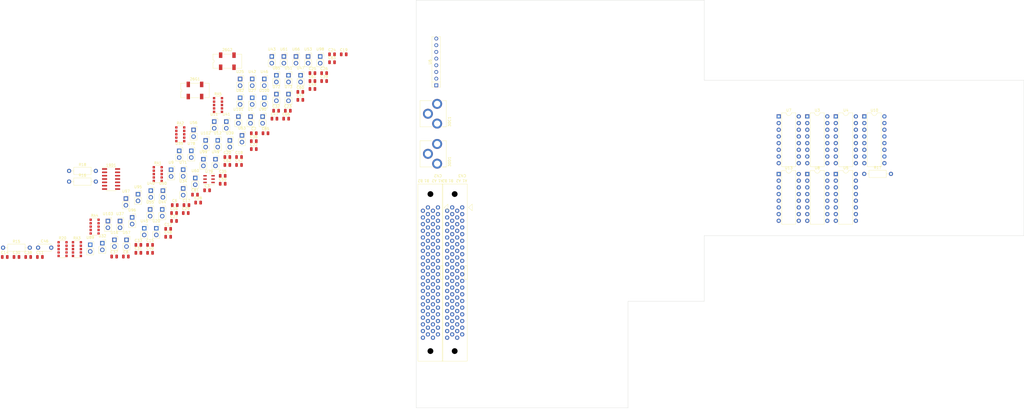
<source format=kicad_pcb>
(kicad_pcb (version 20211014) (generator pcbnew)
  (layers (0 "F.Cu" signal) (31 "B.Cu" signal) (34 "B.Paste" user) (35 "F.Paste" user) (36 "B.SilkS" user "B.Silkscreen") (37 "F.SilkS" user "F.Silkscreen") (38 "B.Mask" user) (39 "F.Mask" user) (44 "Edge.Cuts" user))
  (net 0 "")
  (net 1 "GND")
  (net 4 "Net-(19D1-Pad5)")
  (net 7 "Net-(19D1-Pad9)")
  (net 9 "Net-(19D1-Pad11)")
  (net 11 "Net-(19D1-Pad13)")
  (net 12 "+5V")
  (net 13 "+3V3")
  (net 16 "Net-(30C1-Pad1)")
  (net 17 "Net-(30C1-Pad2)")
  (net 18 "Net-(30C1-Pad3)")
  (net 19 "Net-(30D1-Pad2)")
  (net 20 "Net-(C2-Pad1)")
  (net 21 "Net-(C2-Pad2)")
  (net 22 "Net-(C3-Pad2)")
  (net 23 "Net-(C6-Pad2)")
  (net 24 "Net-(19A1-Pad3)")
  (net 25 "Net-(19A1-Pad1)")
  (net 26 "Net-(19A1-Pad6)")
  (net 27 "Net-(C12-Pad1)")
  (net 28 "Net-(C12-Pad2)")
  (net 29 "Net-(C14-Pad1)")
  (net 30 "Net-(C14-Pad2)")
  (net 31 "Net-(C15-Pad1)")
  (net 32 "Net-(C16-Pad1)")
  (net 33 "Net-(C17-Pad1)")
  (net 34 "Net-(C18-Pad1)")
  (net 35 "Net-(C18-Pad2)")
  (net 36 "Net-(C19-Pad1)")
  (net 37 "Net-(C22-Pad1)")
  (net 38 "Net-(C22-Pad2)")
  (net 39 "Net-(C23-Pad1)")
  (net 40 "Net-(C24-Pad1)")
  (net 41 "Net-(C25-Pad1)")
  (net 42 "Net-(C26-Pad1)")
  (net 43 "Net-(C26-Pad2)")
  (net 44 "Net-(C27-Pad1)")
  (net 45 "Net-(19A1-Pad2)")
  (net 46 "Net-(19A1-Pad5)")
  (net 47 "Net-(19A1-Pad4)")
  (net 48 "Net-(C35-Pad1)")
  (net 49 "Net-(C36-Pad1)")
  (net 50 "Net-(C37-Pad1)")
  (net 51 "Net-(C37-Pad2)")
  (net 52 "Net-(C38-Pad1)")
  (net 53 "Net-(C39-Pad1)")
  (net 54 "Net-(C39-Pad2)")
  (net 55 "Net-(C40-Pad1)")
  (net 56 "Net-(C41-Pad1)")
  (net 57 "Net-(C42-Pad1)")
  (net 58 "Net-(C47-Pad1)")
  (net 59 "Net-(C48-Pad1)")
  (net 60 "Net-(C48-Pad2)")
  (net 61 "Net-(C49-Pad1)")
  (net 62 "Net-(C50-Pad1)")
  (net 63 "Net-(C60-Pad1)")
  (net 64 "Net-(C61-Pad1)")
  (net 65 "Net-(C62-Pad1)")
  (net 66 "Net-(C63-Pad1)")
  (net 67 "~{READ}")
  (net 68 "~{WR2}")
  (net 69 "~{RESET}")
  (net 70 "~{EXP1}")
  (net 71 "DREQ5")
  (net 72 "~{EXP2}")
  (net 73 "IRQ10")
  (net 74 "573-A22")
  (net 75 "573-A20")
  (net 76 "573-A14")
  (net 77 "573-A12")
  (net 78 "573-A6")
  (net 79 "573-A4")
  (net 80 "573-A2")
  (net 81 "573-A0")
  (net 82 "573-D14")
  (net 83 "573-D12")
  (net 84 "573-D10")
  (net 85 "573-D8")
  (net 86 "573-D6")
  (net 87 "573-D4")
  (net 88 "573-D2")
  (net 89 "573-D0")
  (net 90 "~{WR1}")
  (net 92 "~{RESET2}")
  (net 93 "DREQ5-2")
  (net 94 "~{EXP1-2}")
  (net 95 "EXP-15")
  (net 96 "IRQ10-2")
  (net 97 "573-A23")
  (net 98 "573-A21")
  (net 99 "573-A15")
  (net 100 "573-A13")
  (net 101 "573-A7")
  (net 102 "573-A5")
  (net 103 "573-A3")
  (net 104 "573-A1")
  (net 105 "573-D15")
  (net 106 "573-D13")
  (net 107 "573-D11")
  (net 108 "573-D9")
  (net 109 "573-D7")
  (net 110 "573-D5")
  (net 111 "573-D3")
  (net 112 "573-D1")
  (net 114 "Net-(R16-Pad2)")
  (net 115 "Net-(R20-Pad1)")
  (net 116 "Net-(R20-Pad2)")
  (net 117 "Net-(R20-Pad3)")
  (net 118 "Net-(R20-Pad4)")
  (net 119 "Net-(R20-Pad6)")
  (net 120 "Net-(R20-Pad7)")
  (net 121 "Net-(R20-Pad8)")
  (net 122 "Net-(R20-Pad9)")
  (net 123 "Net-(R25-Pad2)")
  (net 124 "Net-(R29-Pad2)")
  (net 125 "Net-(R27-Pad2)")
  (net 126 "Net-(R26-Pad2)")
  (net 131 "Net-(RA2-Pad1)")
  (net 132 "Net-(RA2-Pad2)")
  (net 133 "Net-(RA2-Pad3)")
  (net 134 "Net-(RA2-Pad4)")
  (net 135 "Net-(RA2-Pad6)")
  (net 136 "Net-(RA2-Pad7)")
  (net 137 "Net-(RA2-Pad8)")
  (net 138 "Net-(RA2-Pad9)")
  (net 139 "Net-(RA3-Pad1)")
  (net 140 "Net-(RA3-Pad2)")
  (net 141 "Net-(RA3-Pad3)")
  (net 142 "Net-(RA3-Pad4)")
  (net 143 "Net-(RA3-Pad6)")
  (net 144 "Net-(RA3-Pad7)")
  (net 145 "Net-(RA3-Pad8)")
  (net 146 "Net-(RA3-Pad9)")
  (net 147 "Net-(RA4-Pad1)")
  (net 148 "Net-(RA4-Pad2)")
  (net 149 "Net-(RA4-Pad3)")
  (net 150 "Net-(RA4-Pad4)")
  (net 159 "Net-(C10-Pad10)")
  (net 173 "FPGA-100")
  (net 174 "FPGA-99")
  (net 175 "FPGA-98")
  (net 184 "Net-(C10-Pad9)")
  (net 189 "Net-(R28-Pad2)")
  (net 190 "Net-(CN15-Pad1)")
  (net 191 "Net-(CN14-Pad6)")
  (net 196 "Net-(C10-Pad8)")
  (net 197 "Net-(CN14-Pad2)")
  (net 198 "Net-(CN11-Pad7)")
  (net 199 "Net-(C10-Pad7)")
  (net 200 "Net-(CN14-Pad3)")
  (net 201 "Net-(CN13-Pad4)")
  (net 202 "Net-(CN12-Pad6)")
  (net 203 "Net-(C10-Pad1)")
  (net 204 "Net-(C10-Pad5)")
  (net 205 "Net-(CN13-Pad5)")
  (net 206 "Net-(CN14-Pad7)")
  (net 207 "Net-(19A1-Pad13)")
  (net 208 "Net-(CN15-Pad2)")
  (net 209 "Net-(C10-Pad4)")
  (net 210 "Net-(CN12-Pad8)")
  (net 211 "Net-(CN13-Pad1)")
  (net 212 "Net-(CN14-Pad1)")
  (net 213 "Net-(CN15-Pad3)")
  (net 214 "Net-(CN14-Pad4)")
  (net 215 "Net-(CN12-Pad1)")
  (net 216 "Net-(CN11-Pad4)")
  (net 217 "Net-(C10-Pad3)")
  (net 218 "RX3")
  (net 219 "Net-(CN15-Pad8)")
  (net 220 "Net-(C10-Pad2)")
  (net 221 "Net-(CN14-Pad5)")
  (net 222 "Net-(CN11-Pad6)")
  (net 223 "Net-(CN11-Pad3)")
  (net 224 "Net-(C10-Pad6)")
  (net 225 "Net-(U66-Pad1)")
  (net 226 "Net-(CN15-Pad7)")
  (net 227 "Net-(CN13-Pad3)")
  (net 228 "Net-(CN11-Pad1)")
  (net 229 "Net-(CN11-Pad2)")
  (net 230 "Net-(19A1-Pad8)")
  (net 231 "Net-(CN15-Pad6)")
  (net 238 "Net-(CN12-Pad10)")
  (net 239 "Net-(R13-Pad2)")
  (net 240 "Net-(CN15-Pad5)")
  (net 241 "Net-(CN13-Pad2)")
  (net 242 "Net-(CN12-Pad9)")
  (net 243 "Net-(CN12-Pad7)")
  (net 244 "Net-(CN12-Pad5)")
  (net 245 "Net-(CN12-Pad4)")
  (net 246 "Net-(CN12-Pad3)")
  (net 247 "Net-(CN12-Pad2)")
  (net 248 "Net-(CN11-Pad10)")
  (net 249 "Net-(CN11-Pad9)")
  (net 250 "Net-(CN11-Pad8)")
  (net 251 "Net-(CN11-Pad5)")
  (footprint "Connector_PinSocket_2.54mm:PinSocket_1x02_P2.54mm_Vertical" (layer "F.Cu") (at -42.2 75.17)
    (fp_text reference "U41" (at 0 -2.77) (layer "F.SilkS"))
    (fp_text value "ZBF253D")
    (pad "1" thru_hole rect (at 0 0) (size 1.7 1.7) (drill 1) (layers *.Cu *.Mask) (net 1 "GND"))
    (pad "2" thru_hole oval (at 0 2.54) (size 1.7 1.7) (drill 1) (layers *.Cu *.Mask) (net 206 "Net-(CN14-Pad7)"))
  )
  (footprint "Capacitor_SMD:C_0805_2012Metric" (layer "F.Cu") (at -71.18 125.06)
    (fp_text reference "C40" (at 0 -1.68) (layer "F.SilkS"))
    (fp_text value "10nf")
    (pad "1" smd roundrect (at -0.95 0) (size 1 1.45) (layers "F.Cu" "F.Paste" "F.Mask") (net 55 "Net-(C40-Pad1)"))
    (pad "2" smd roundrect (at 0.95 0) (size 1 1.45) (layers "F.Cu" "F.Paste" "F.Mask") (net 35 "Net-(C18-Pad2)"))
  )
  (footprint "Capacitor_SMD:C_0805_2012Metric" (layer "F.Cu") (at -84.83 126.46)
    (fp_text reference "C37" (at 0 -1.68) (layer "F.SilkS"))
    (fp_text value "10nf")
    (pad "1" smd roundrect (at -0.95 0) (size 1 1.45) (layers "F.Cu" "F.Paste" "F.Mask") (net 50 "Net-(C37-Pad1)"))
    (pad "2" smd roundrect (at 0.95 0) (size 1 1.45) (layers "F.Cu" "F.Paste" "F.Mask") (net 51 "Net-(C37-Pad2)"))
  )
  (footprint "Package_DIP:DIP-16_W7.62mm" (layer "F.Cu") (at 189.495 95.1)
    (fp_text reference "U5" (at 3.81 -2.33) (layer "F.SilkS"))
    (fp_text value "PC847")
    (pad "1" thru_hole rect (at 0 0) (size 1.6 1.6) (drill 0.8) (layers *.Cu *.Mask) (net 147 "Net-(RA4-Pad1)"))
    (pad "2" thru_hole oval (at 0 2.54) (size 1.6 1.6) (drill 0.8) (layers *.Cu *.Mask))
    (pad "3" thru_hole oval (at 0 5.08) (size 1.6 1.6) (drill 0.8) (layers *.Cu *.Mask) (net 148 "Net-(RA4-Pad2)"))
    (pad "4" thru_hole oval (at 0 7.62) (size 1.6 1.6) (drill 0.8) (layers *.Cu *.Mask))
    (pad "5" thru_hole oval (at 0 10.16) (size 1.6 1.6) (drill 0.8) (layers *.Cu *.Mask) (net 149 "Net-(RA4-Pad3)"))
    (pad "6" thru_hole oval (at 0 12.7) (size 1.6 1.6) (drill 0.8) (layers *.Cu *.Mask))
    (pad "7" thru_hole oval (at 0 15.24) (size 1.6 1.6) (drill 0.8) (layers *.Cu *.Mask) (net 150 "Net-(RA4-Pad4)"))
    (pad "8" thru_hole oval (at 0 17.78) (size 1.6 1.6) (drill 0.8) (layers *.Cu *.Mask))
    (pad "9" thru_hole oval (at 7.62 17.78) (size 1.6 1.6) (drill 0.8) (layers *.Cu *.Mask) (net 43 "Net-(C26-Pad2)"))
    (pad "10" thru_hole oval (at 7.62 15.24) (size 1.6 1.6) (drill 0.8) (layers *.Cu *.Mask) (net 49 "Net-(C36-Pad1)"))
    (pad "11" thru_hole oval (at 7.62 12.7) (size 1.6 1.6) (drill 0.8) (layers *.Cu *.Mask) (net 43 "Net-(C26-Pad2)"))
    (pad "12" thru_hole oval (at 7.62 10.16) (size 1.6 1.6) (drill 0.8) (layers *.Cu *.Mask) (net 48 "Net-(C35-Pad1)"))
    (pad "13" thru_hole oval (at 7.62 7.62) (size 1.6 1.6) (drill 0.8) (layers *.Cu *.Mask) (net 43 "Net-(C26-Pad2)"))
    (pad "14" thru_hole oval (at 7.62 5.08) (size 1.6 1.6) (drill 0.8) (layers *.Cu *.Mask) (net 44 "Net-(C27-Pad1)"))
    (pad "15" thru_hole oval (at 7.62 2.54) (size 1.6 1.6) (drill 0.8) (layers *.Cu *.Mask) (net 43 "Net-(C26-Pad2)"))
    (pad "16" thru_hole oval (at 7.62 0) (size 1.6 1.6) (drill 0.8) (layers *.Cu *.Mask) (net 42 "Net-(C26-Pad1)"))
  )
  (footprint "Capacitor_SMD:C_0805_2012Metric" (layer "F.Cu") (at -37.36 91.66)
    (fp_text reference "C42" (at 0 -1.68) (layer "F.SilkS"))
    (fp_text value "10nf")
    (pad "1" smd roundrect (at -0.95 0) (size 1 1.45) (layers "F.Cu" "F.Paste" "F.Mask") (net 57 "Net-(C42-Pad1)"))
    (pad "2" smd roundrect (at 0.95 0) (size 1 1.45) (layers "F.Cu" "F.Paste" "F.Mask") (net 54 "Net-(C39-Pad2)"))
  )
  (footprint "MountingHole:MountingHole_3.5mm" (layer "F.Cu") (at 134.5 34)
    (fp_text reference "H2" hide)
    (fp_text value "MountingHole")
    (pad "" np_thru_hole circle (at 0 0) (size 3.5 3.5) (drill 3.5) (layers *.Cu *.Mask))
  )
  (footprint "Connector_PinSocket_2.54mm:PinSocket_1x02_P2.54mm_Vertical" (layer "F.Cu") (at -71.16 108.57)
    (fp_text reference "U55" (at 0 -2.77) (layer "F.SilkS"))
    (fp_text value "ZBF253D")
    (pad "1" thru_hole rect (at 0 0) (size 1.7 1.7) (drill 1) (layers *.Cu *.Mask) (net 218 "RX3"))
    (pad "2" thru_hole oval (at 0 2.54) (size 1.7 1.7) (drill 1) (layers *.Cu *.Mask) (net 219 "Net-(CN15-Pad8)"))
  )
  (footprint "Capacitor_SMD:C_0805_2012Metric" (layer "F.Cu") (at -54.1 102.95)
    (fp_text reference "C81" (at 0 -1.68) (layer "F.SilkS"))
    (fp_text value "1uf")
    (pad "1" smd roundrect (at -0.95 0) (size 1 1.45) (layers "F.Cu" "F.Paste" "F.Mask") (net 12 "+5V"))
    (pad "2" smd roundrect (at 0.95 0) (size 1 1.45) (layers "F.Cu" "F.Paste" "F.Mask") (net 1 "GND"))
  )
  (footprint "Capacitor_THT:C_Disc_D4.7mm_W2.5mm_P5.00mm" (layer "F.Cu") (at -113.75 123.1)
    (fp_text reference "C46" (at 2.5 -2.5) (layer "F.SilkS"))
    (fp_text value "0.01MC1K")
    (pad "1" thru_hole circle (at 0 0) (size 1.6 1.6) (drill 0.8) (layers *.Cu *.Mask) (net 18 "Net-(30C1-Pad3)"))
    (pad "2" thru_hole circle (at 5 0) (size 1.6 1.6) (drill 0.8) (layers *.Cu *.Mask) (net 1 "GND"))
  )
  (footprint "Connector_PinSocket_2.54mm:PinSocket_1x02_P2.54mm_Vertical" (layer "F.Cu") (at -27.76 58.97)
    (fp_text reference "U46" (at 0 -2.77) (layer "F.SilkS"))
    (fp_text value "ZBF253D")
    (pad "1" thru_hole rect (at 0 0) (size 1.7 1.7) (drill 1) (layers *.Cu *.Mask) (net 12 "+5V"))
    (pad "2" thru_hole oval (at 0 2.54) (size 1.7 1.7) (drill 1) (layers *.Cu *.Mask) (net 212 "Net-(CN14-Pad1)"))
  )
  (footprint "Connectors:JAE-TX15-80P" (layer "F.Cu") (at 47.47 107.8 180)
    (fp_text reference "CN3" (at 0 12.065 180 unlocked) (layer "F.SilkS"))
    (fp_text value "573_EXP")
    (fp_text user "A2" (at 1.42875 10.16 180 unlocked) (layer "F.SilkS"))
    (fp_text user "B2" (at 6.6675 10.16 180 unlocked) (layer "F.SilkS"))
    (fp_text user "A1" (at -0.9525 10.16 180 unlocked) (layer "F.SilkS"))
    (fp_text user "B1" (at 4.28625 10.16 180 unlocked) (layer "F.SilkS"))
    (pad "" np_thru_hole circle (at 2.8575 5.08 180) (size 4.4 4.4) (drill 2.2) (layers *.Mask))
    (pad "" np_thru_hole circle (at 2.8575 -54.61 180) (size 4.4 4.4) (drill 2.2) (layers *.Mask))
    (pad "a1" thru_hole circle (at 0 0 180) (size 1.6 1.6) (drill 0.8) (layers *.Cu *.Mask) (net 12 "+5V"))
    (pad "a2" thru_hole circle (at 1.905 -1.27 180) (size 1.6 1.6) (drill 0.8) (layers *.Cu *.Mask) (net 12 "+5V"))
    (pad "a3" thru_hole circle (at 0 -2.54 180) (size 1.6 1.6) (drill 0.8) (layers *.Cu *.Mask) (net 12 "+5V"))
    (pad "a4" thru_hole circle (at 1.905 -3.81 180) (size 1.6 1.6) (drill 0.8) (layers *.Cu *.Mask) (net 12 "+5V"))
    (pad "a5" thru_hole circle (at 0 -5.08 180) (size 1.6 1.6) (drill 0.8) (layers *.Cu *.Mask) (net 12 "+5V"))
    (pad "a6" thru_hole circle (at 1.905 -6.35 180) (size 1.6 1.6) (drill 0.8) (layers *.Cu *.Mask) (net 67 "~{READ}"))
    (pad "a7" thru_hole circle (at 0 -7.62 180) (size 1.6 1.6) (drill 0.8) (layers *.Cu *.Mask) (net 68 "~{WR2}"))
    (pad "a8" thru_hole circle (at 1.905 -8.89 180) (size 1.6 1.6) (drill 0.8) (layers *.Cu *.Mask) (net 1 "GND"))
    (pad "a9" thru_hole circle (at 0 -10.16 180) (size 1.6 1.6) (drill 0.8) (layers *.Cu *.Mask) (net 1 "GND"))
    (pad "a10" thru_hole circle (at 1.905 -11.43 180) (size 1.6 1.6) (drill 0.8) (layers *.Cu *.Mask) (net 69 "~{RESET}"))
    (pad "a11" thru_hole circle (at 0 -12.7 180) (size 1.6 1.6) (drill 0.8) (layers *.Cu *.Mask) (net 1 "GND"))
    (pad "a12" thru_hole circle (at 1.905 -13.97 180) (size 1.6 1.6) (drill 0.8) (layers *.Cu *.Mask) (net 70 "~{EXP1}"))
    (pad "a13" thru_hole circle (at 0 -15.24 180) (size 1.6 1.6) (drill 0.8) (layers *.Cu *.Mask) (net 1 "GND"))
    (pad "a14" thru_hole circle (at 1.905 -16.51 180) (size 1.6 1.6) (drill 0.8) (layers *.Cu *.Mask) (net 71 "DREQ5"))
    (pad "a15" thru_hole circle (at 0 -17.78 180) (size 1.6 1.6) (drill 0.8) (layers *.Cu *.Mask) (net 72 "~{EXP2}"))
    (pad "a16" thru_hole circle (at 1.905 -19.05 180) (size 1.6 1.6) (drill 0.8) (layers *.Cu *.Mask) (net 73 "IRQ10"))
    (pad "a17" thru_hole circle (at 0 -20.32 180) (size 1.6 1.6) (drill 0.8) (layers *.Cu *.Mask) (net 74 "573-A22"))
    (pad "a18" thru_hole circle (at 1.905 -21.59 180) (size 1.6 1.6) (drill 0.8) (layers *.Cu *.Mask) (net 75 "573-A20"))
    (pad "a19" thru_hole circle (at 0 -22.86 180) (size 1.6 1.6) (drill 0.8) (layers *.Cu *.Mask) (net 76 "573-A14"))
    (pad "a20" thru_hole circle (at 1.905 -24.13 180) (size 1.6 1.6) (drill 0.8) (layers *.Cu *.Mask) (net 77 "573-A12"))
    (pad "a21" thru_hole circle (at 0 -25.4 180) (size 1.6 1.6) (drill 0.8) (layers *.Cu *.Mask) (net 78 "573-A6"))
    (pad "a22" thru_hole circle (at 1.905 -26.67 180) (size 1.6 1.6) (drill 0.8) (layers *.Cu *.Mask) (net 79 "573-A4"))
    (pad "a23" thru_hole circle (at 0 -27.94 180) (size 1.6 1.6) (drill 0.8) (layers *.Cu *.Mask) (net 80 "573-A2"))
    (pad "a24" thru_hole circle (at 1.905 -29.21 180) (size 1.6 1.6) (drill 0.8) (layers *.Cu *.Mask) (net 81 "573-A0"))
    (pad "a25" thru_hole circle (at 0 -30.48 180) (size 1.6 1.6) (drill 0.8) (layers *.Cu *.Mask) (net 82 "573-D14"))
    (pad "a26" thru_hole circle (at 1.905 -31.75 180) (size 1.6 1.6) (drill 0.8) (layers *.Cu *.Mask) (net 83 "573-D12"))
    (pad "a27" thru_hole circle (at 0 -33.02 180) (size 1.6 1.6) (drill 0.8) (layers *.Cu *.Mask) (net 84 "573-D10"))
    (pad "a28" thru_hole circle (at 1.905 -34.29 180) (size 1.6 1.6) (drill 0.8) (layers *.Cu *.Mask) (net 85 "573-D8"))
    (pad "a29" thru_hole circle (at 0 -35.56 180) (size 1.6 1.6) (drill 0.8) (layers *.Cu *.Mask) (net 86 "573-D6"))
    (pad "a30" thru_hole circle (at 1.905 -36.83 180) (size 1.6 1.6) (drill 0.8) (layers *.Cu *.Mask) (net 87 "573-D4"))
    (pad "a31" thru_hole circle (at 0 -38.1 180) (size 1.6 1.6) (drill 0.8) (layers *.Cu *.Mask) (net 88 "573-D2"))
    (pad "a32" thru_hole circle (at 1.905 -39.37 180) (size 1.6 1.6) (drill 0.8) (layers *.Cu *.Mask) (net 89 "573-D0"))
    (pad "a33" thru_hole circle (at 0 -40.64 180) (size 1.6 1.6) (drill 0.8) (layers *.Cu *.Mask) (net 1 "GND"))
    (pad "a34" thru_hole circle (at 1.905 -41.91 180) (size 1.6 1.6) (drill 0.8) (layers *.Cu *.Mask) (net 1 "GND"))
    (pad "a35" thru_hole circle (at 0 -43.18 180) (size 1.6 1.6) (drill 0.8) (layers *.Cu *.Mask) (net 1 "GND"))
    (pad "a36" thru_hole circle (at 1.905 -44.45 180) (size 1.6 1.6) (drill 0.8) (layers *.Cu *.Mask) (net 13 "+3V3"))
    (pad "a37" thru_hole circle (at 0 -45.72 180) (size 1.6 1.6) (drill 0.8) (layers *.Cu *.Mask) (net 13 "+3V3"))
    (pad "a38" thru_hole circle (at 1.905 -46.99 180) (size 1.6 1.6) (drill 0.8) (layers *.Cu *.Mask) (net 13 "+3V3"))
    (pad "a39" thru_hole circle (at 0 -48.26 180) (size 1.6 1.6) (drill 0.8) (layers *.Cu *.Mask) (net 13 "+3V3"))
    (pad "a40" thru_hole circle (at 1.905 -49.53 180) (size 1.6 1.6) (drill 0.8) (layers *.Cu *.Mask) (net 13 "+3V3"))
    (pad "b1" thru_hole circle (at 3.81 0 180) (size 1.6 1.6) (drill 0.8) (layers *.Cu *.Mask) (net 12 "+5V"))
    (pad "b2" thru_hole circle (at 5.715 -1.27 180) (size 1.6 1.6) (drill 0.8) (layers *.Cu *.Mask) (net 12 "+5V"))
    (pad "b3" thru_hole circle (at 3.81 -2.54 180) (size 1.6 1.6) (drill 0.8) (layers *.Cu *.Mask) (net 12 "+5V"))
    (pad "b4" thru_hole circle (at 5.715 -3.81 180) (size 1.6 1.6) (drill 0.8) (layers *.Cu *.Mask) (net 12 "+5V"))
    (pad "b5" thru_hole circle (at 3.81 -5.08 180) (size 1.6 1.6) (drill 0.8) (layers *.Cu *.Mask) (net 12 "+5V"))
    (pad "b6" thru_hole circle (at 5.715 -6.35 180) (size 1.6 1.6) (drill 0.8) (layers *.Cu *.Mask) (net 90 "~{WR1}"))
    (pad "b7" thru_hole circle (at 3.81 -7.62 180) (size 1.6 1.6) (drill 0.8) (layers *.Cu *.Mask) (net 1 "GND"))
    (pad "b8" thru_hole circle (at 5.715 -8.89 180) (size 1.6 1.6) (drill 0.8) (layers *.Cu *.Mask))
    (pad "b9" thru_hole circle (at 3.81 -10.16 180) (size 1.6 1.6) (drill 0.8) (layers *.Cu *.Mask) (net 1 "GND"))
    (pad "b10" thru_hole circle (at 5.715 -11.43 180) (size 1.6 1.6) (drill 0.8) (layers *.Cu *.Mask) (net 92 "~{RESET2}"))
    (pad "b11" thru_hole circle (at 3.81 -12.7 180) (size 1.6 1.6) (drill 0.8) (layers *.Cu *.Mask) (net 1 "GND"))
    (pad "b12" thru_hole circle (at 5.715 -13.97 180) (size 1.6 1.6) (drill 0.8) (layers *.Cu *.Mask) (net 93 "DREQ5-2"))
    (pad "b13" thru_hole circle (at 3.81 -15.24 180) (size 1.6 1.6) (drill 0.8) (layers *.Cu *.Mask) (net 1 "GND"))
    (pad "b14" thru_hole circle (at 5.715 -16.51 180) (size 1.6 1.6) (drill 0.8) (layers *.Cu *.Mask) (net 94 "~{EXP1-2}"))
    (pad "b15" thru_hole circle (at 3.81 -17.78 180) (size 1.6 1.6) (drill 0.8) (layers *.Cu *.Mask) (net 95 "EXP-15"))
    (pad "b16" thru_hole circle (at 5.715 -19.05 180) (size 1.6 1.6) (drill 0.8) (layers *.Cu *.Mask) (net 96 "IRQ10-2"))
    (pad "b17" thru_hole circle (at 3.81 -20.32 180) (size 1.6 1.6) (drill 0.8) (layers *.Cu *.Mask) (net 97 "573-A23"))
    (pad "b18" thru_hole circle (at 5.715 -21.59 180) (size 1.6 1.6) (drill 0.8) (layers *.Cu *.Mask) (net 98 "573-A21"))
    (pad "b19" thru_hole circle (at 3.81 -22.86 180) (size 1.6 1.6) (drill 0.8) (layers *.Cu *.Mask) (net 99 "573-A15"))
    (pad "b20" thru_hole circle (at 5.715 -24.13 180) (size 1.6 1.6) (drill 0.8) (layers *.Cu *.Mask) (net 100 "573-A13"))
    (pad "b21" thru_hole circle (at 3.81 -25.4 180) (size 1.6 1.6) (drill 0.8) (layers *.Cu *.Mask) (net 101 "573-A7"))
    (pad "b22" thru_hole circle (at 5.715 -26.67 180) (size 1.6 1.6) (drill 0.8) (layers *.Cu *.Mask) (net 102 "573-A5"))
    (pad "b23" thru_hole circle (at 3.81 -27.94 180) (size 1.6 1.6) (drill 0.8) (layers *.Cu *.Mask) (net 103 "573-A3"))
    (pad "b24" thru_hole circle (at 5.715 -29.21 180) (size 1.6 1.6) (drill 0.8) (layers *.Cu *.Mask) (net 104 "573-A1"))
    (pad "b25" thru_hole circle (at 3.81 -30.48 180) (size 1.6 1.6) (drill 0.8) (layers *.Cu *.Mask) (net 105 "573-D15"))
    (pad "b26" thru_hole circle (at 5.715 -31.75 180) (size 1.6 1.6) (drill 0.8) (layers *.Cu *.Mask) (net 106 "573-D13"))
    (pad "b27" thru_hole circle (at 3.81 -33.02 180) (size 1.6 1.6) (drill 0.8) (layers *.Cu *.Mask) (net 107 "573-D11"))
    (pad "b28" thru_hole circle (at 5.715 -34.29 180) (size 1.6 1.6) (drill 0.8) (layers *.Cu *.Mask) (net 108 "573-D9"))
    (pad "b29" thru_hole circle (at 3.81 -35.56 180) (size 1.6 1.6) (drill 0.8) (layers *.Cu *.Mask) (net 109 "573-D7"))
    (pad "b30" thru_hole circle (at 5.715 -36.83 180) (size 1.6 1.6) (drill 0.8) (layers *.Cu *.Mask) (net 110 "573-D5"))
    (pad "b31" thru_hole circle (at 3.81 -38.1 180) (size 1.6 1.6) (drill 0.8) (layers *.Cu *.Mask) (net 111 "573-D3"))
    (pad "b32" thru_hole circle (at 5.715 -39.37 180) (size 1.6 1.6) (drill 0.8) (layers *.Cu *.Mask) (net 112 "573-D1"))
    (pad "b33" thru_hole circle (at 3.81 -40.64 180) (size 1.6 1.6) (drill 0.8) (layers *.Cu *.Mask) (net 1 "GND"))
    (pad "b34" thru_hole circle (at 5.715 -41.91 180) (size 1.6 1.6) (drill 0.8) (layers *.Cu *.Mask) (net 1 "GND"))
    (pad "b35" thru_hole circle (at 3.81 -43.18 180) (size 1.6 1.6) (drill 0.8) (layers *.Cu *.Mask) (net 1 "GND"))
    (pad "b36" thru_hole circle (at 5.715 -44.45 180) (size 1.6 1.6) (drill 0.8) (layers *.Cu *.Mask) (net 13 "+3V3"))
    (pad "b37" thru_hole circle (at 3.81 -45.72 180) (size 1.6 1.6) (drill 0.8) (layers *.Cu *.Mask) (net 13 "+3V3"))
    (pad "b38" thru_hole circle (at 5.715 -46.99 180) (size 1.6 1.6) (drill 0.8) (layers *.Cu *.Mask) (net 13 "+3V3"))
    (pad "b39" thru_hole circle (at 3.81 -48.26 180) (size 1.6 1.6) (drill 0.8) (layers *.Cu *.Mask) (net 13 "+3V3"))
    (pad "b40" thru_hole circle (at 5.715 -49.53 180) (size 1.6 1.6) (drill 0.8) (layers *.Cu *.Mask) (net 13 "+3V3"))
  )
  (footprint "Connector_PinSocket_2.54mm:PinSocket_1x02_P2.54mm_Vertical" (layer "F.Cu") (at -80.36 104.43)
    (fp_text reference "U97" (at 0 -2.77) (layer "F.SilkS"))
    (fp_text value "ZBF253D")
    (pad "1" thru_hole rect (at 0 0) (size 1.7 1.7) (drill 1) (layers *.Cu *.Mask) (net 55 "Net-(C40-Pad1)"))
    (pad "2" thru_hole oval (at 0 2.54) (size 1.7 1.7) (drill 1) (layers *.Cu *.Mask) (net 245 "Net-(CN12-Pad4)"))
  )
  (footprint "Connector_PinSocket_2.54mm:PinSocket_1x02_P2.54mm_Vertical" (layer "F.Cu") (at -50.91 89.47)
    (fp_text reference "U99" (at 0 -2.77) (layer "F.SilkS"))
    (fp_text value "ZBF253D")
    (pad "1" thru_hole rect (at 0 0) (size 1.7 1.7) (drill 1) (layers *.Cu *.Mask) (net 34 "Net-(C18-Pad1)"))
    (pad "2" thru_hole oval (at 0 2.54) (size 1.7 1.7) (drill 1) (layers *.Cu *.Mask) (net 247 "Net-(CN12-Pad2)"))
  )
  (footprint "Capacitor_SMD:C_0805_2012Metric" (layer "F.Cu") (at -27.3 79.6)
    (fp_text reference "C85" (at 0 -1.68) (layer "F.SilkS"))
    (fp_text value "1uf")
    (pad "1" smd roundrect (at -0.95 0) (size 1 1.45) (layers "F.Cu" "F.Paste" "F.Mask") (net 12 "+5V"))
    (pad "2" smd roundrect (at 0.95 0) (size 1 1.45) (layers "F.Cu" "F.Paste" "F.Mask") (net 1 "GND"))
  )
  (footprint "MountingHole:MountingHole_3.5mm" (layer "F.Cu") (at 35 34)
    (fp_text reference "H1" hide)
    (fp_text value "MountingHole")
    (pad "" np_thru_hole circle (at 0 0) (size 3.5 3.5) (drill 3.5) (layers *.Cu *.Mask))
  )
  (footprint "Capacitor_SMD:C_0805_2012Metric" (layer "F.Cu") (at -31.75 79.6)
    (fp_text reference "C2" (at 0 -1.68) (layer "F.SilkS"))
    (fp_text value "0.1µf")
    (pad "1" smd roundrect (at -0.95 0) (size 1 1.45) (layers "F.Cu" "F.Paste" "F.Mask") (net 20 "Net-(C2-Pad1)"))
    (pad "2" smd roundrect (at 0.95 0) (size 1 1.45) (layers "F.Cu" "F.Paste" "F.Mask") (net 21 "Net-(C2-Pad2)"))
  )
  (footprint "Connector_PinSocket_2.54mm:PinSocket_1x02_P2.54mm_Vertical" (layer "F.Cu") (at -66.3 101.42)
    (fp_text reference "U50" (at 0 -2.77) (layer "F.SilkS"))
    (fp_text value "ZBF253D")
    (pad "1" thru_hole rect (at 0 0) (size 1.7 1.7) (drill 1) (layers *.Cu *.Mask) (net 35 "Net-(C18-Pad2)"))
    (pad "2" thru_hole oval (at 0 2.54) (size 1.7 1.7) (drill 1) (layers *.Cu *.Mask) (net 215 "Net-(CN12-Pad1)"))
  )
  (footprint "Capacitor_SMD:C_0805_2012Metric" (layer "F.Cu") (at -43.57 98.81)
    (fp_text reference "C50" (at 0 -1.68) (layer "F.SilkS"))
    (fp_text value "10nf")
    (pad "1" smd roundrect (at -0.95 0) (size 1 1.45) (layers "F.Cu" "F.Paste" "F.Mask") (net 62 "Net-(C50-Pad1)"))
    (pad "2" smd roundrect (at 0.95 0) (size 1 1.45) (layers "F.Cu" "F.Paste" "F.Mask") (net 60 "Net-(C48-Pad2)"))
  )
  (footprint "Connector_PinSocket_2.54mm:PinSocket_1x02_P2.54mm_Vertical" (layer "F.Cu") (at -84.73 120.13)
    (fp_text reference "U16" (at 0 -2.77) (layer "F.SilkS"))
    (fp_text value "ZBF253D")
    (pad "1" thru_hole rect (at 0 0) (size 1.7 1.7) (drill 1) (layers *.Cu *.Mask) (net 57 "Net-(C42-Pad1)"))
    (pad "2" thru_hole oval (at 0 2.54) (size 1.7 1.7) (drill 1) (layers *.Cu *.Mask) (net 196 "Net-(C10-Pad8)"))
  )
  (footprint "Capacitor_SMD:C_0805_2012Metric" (layer "F.Cu") (at -2.01 49.6)
    (fp_text reference "C24" (at 0 -1.68) (layer "F.SilkS"))
    (fp_text value "10nf")
    (pad "1" smd roundrect (at -0.95 0) (size 1 1.45) (layers "F.Cu" "F.Paste" "F.Mask") (net 40 "Net-(C24-Pad1)"))
    (pad "2" smd roundrect (at 0.95 0) (size 1 1.45) (layers "F.Cu" "F.Paste" "F.Mask") (net 38 "Net-(C22-Pad2)"))
  )
  (footprint "Connector_PinSocket_2.54mm:PinSocket_1x02_P2.54mm_Vertical" (layer "F.Cu") (at -68.8 115.72)
    (fp_text reference "U20" (at 0 -2.77) (layer "F.SilkS"))
    (fp_text value "ZBF253D")
    (pad "1" thru_hole rect (at 0 0) (size 1.7 1.7) (drill 1) (layers *.Cu *.Mask) (net 123 "Net-(R25-Pad2)"))
    (pad "2" thru_hole oval (at 0 2.54) (size 1.7 1.7) (drill 1) (layers *.Cu *.Mask) (net 197 "Net-(CN14-Pad2)"))
  )
  (footprint "Connector_PinSocket_2.54mm:PinSocket_1x02_P2.54mm_Vertical" (layer "F.Cu") (at -36.96 58.97)
    (fp_text reference "U25" (at 0 -2.77) (layer "F.SilkS"))
    (fp_text value "ZBF253D")
    (pad "1" thru_hole rect (at 0 0) (size 1.7 1.7) (drill 1) (layers *.Cu *.Mask) (net 29 "Net-(C14-Pad1)"))
    (pad "2" thru_hole oval (at 0 2.54) (size 1.7 1.7) (drill 1) (layers *.Cu *.Mask) (net 198 "Net-(CN11-Pad7)"))
  )
  (footprint "Capacitor_SMD:C_0805_2012Metric" (layer "F.Cu") (at -41.81 88.65)
    (fp_text reference "C20" (at 0 -1.68) (layer "F.SilkS"))
    (fp_text value "1uf")
    (pad "1" smd roundrect (at -0.95 0) (size 1 1.45) (layers "F.Cu" "F.Paste" "F.Mask") (net 12 "+5V"))
    (pad "2" smd roundrect (at 0.95 0) (size 1 1.45) (layers "F.Cu" "F.Paste" "F.Mask") (net 1 "GND"))
  )
  (footprint "Connector_PinSocket_2.54mm:PinSocket_1x02_P2.54mm_Vertical" (layer "F.Cu") (at -36.25 80.42)
    (fp_text reference "U63" (at 0 -2.77) (layer "F.SilkS"))
    (fp_text value "ZBF253D")
    (pad "1" thru_hole rect (at 0 0) (size 1.7 1.7) (drill 1) (layers *.Cu *.Mask) (net 54 "Net-(C39-Pad2)"))
    (pad "2" thru_hole oval (at 0 2.54) (size 1.7 1.7) (drill 1) (layers *.Cu *.Mask) (net 224 "Net-(C10-Pad6)"))
  )
  (footprint "Package_SO_J-Lead:TSOC-6_3.76x3.94mm_P1.27mm" (layer "F.Cu") (at -48.76 97.04)
    (fp_text reference "U79" (at 0 -2.9) (layer "F.SilkS"))
    (fp_text value "DS2401P")
    (pad "1" smd rect (at -1.525 -1.27) (size 1.33 0.53) (layers "F.Cu" "F.Paste" "F.Mask"))
    (pad "2" smd rect (at -1.525 0) (size 1.33 0.53) (layers "F.Cu" "F.Paste" "F.Mask"))
    (pad "3" smd rect (at -1.525 1.27) (size 1.33 0.53) (layers "F.Cu" "F.Paste" "F.Mask"))
    (pad "4" smd rect (at 1.525 1.27) (size 1.33 0.53) (layers "F.Cu" "F.Paste" "F.Mask"))
    (pad "5" smd rect (at 1.525 0) (size 1.33 0.53) (layers "F.Cu" "F.Paste" "F.Mask"))
    (pad "6" smd rect (at 1.525 -1.27) (size 1.33 0.53) (layers "F.Cu" "F.Paste" "F.Mask"))
  )
  (footprint "Resistor_SMD:R_Array_Convex_5x1206" (layer "F.Cu") (at -104.44 123.64)
    (fp_text reference "R20" (at 0 -4.2) (layer "F.SilkS"))
    (fp_text value "470Ω")
    (pad "1" smd rect (at -1.5 -2.6) (size 0.9 0.9) (layers "F.Cu" "F.Paste" "F.Mask") (net 115 "Net-(R20-Pad1)"))
    (pad "2" smd rect (at -1.5 -1.28) (size 0.9 0.9) (layers "F.Cu" "F.Paste" "F.Mask") (net 116 "Net-(R20-Pad2)"))
    (pad "3" smd rect (at -1.5 0) (size 0.9 0.9) (layers "F.Cu" "F.Paste" "F.Mask") (net 117 "Net-(R20-Pad3)"))
    (pad "4" smd rect (at -1.5 1.28) (size 0.9 0.9) (layers "F.Cu" "F.Paste" "F.Mask") (net 118 "Net-(R20-Pad4)"))
    (pad "5" smd rect (at -1.5 2.6) (size 0.9 0.9) (layers "F.Cu" "F.Paste" "F.Mask") (net 12 "+5V"))
    (pad "6" smd rect (at 1.5 2.6) (size 0.9 0.9) (layers "F.Cu" "F.Paste" "F.Mask") (net 119 "Net-(R20-Pad6)"))
    (pad "7" smd rect (at 1.5 1.28) (size 0.9 0.9) (layers "F.Cu" "F.Paste" "F.Mask") (net 120 "Net-(R20-Pad7)"))
    (pad "8" smd rect (at 1.5 0) (size 0.9 0.9) (layers "F.Cu" "F.Paste" "F.Mask") (net 121 "Net-(R20-Pad8)"))
    (pad "9" smd rect (at 1.5 -1.28) (size 0.9 0.9) (layers "F.Cu" "F.Paste" "F.Mask") (net 122 "Net-(R20-Pad9)"))
    (pad "10" smd rect (at 1.5 -2.6) (size 0.9 0.9) (layers "F.Cu" "F.Paste" "F.Mask") (net 12 "+5V"))
  )
  (footprint "Resistor_THT:R_Axial_DIN0207_L6.3mm_D2.5mm_P10.16mm_Horizontal" (layer "F.Cu") (at -127.06 123.1)
    (fp_text reference "R15" (at 5.08 -2.37) (layer "F.SilkS"))
    (fp_text value "100")
    (pad "1" thru_hole circle (at 0 0) (size 1.6 1.6) (drill 0.8) (layers *.Cu *.Mask) (net 18 "Net-(30C1-Pad3)"))
    (pad "2" thru_hole oval (at 10.16 0) (size 1.6 1.6) (drill 0.8) (layers *.Cu *.Mask) (net 17 "Net-(30C1-Pad2)"))
  )
  (footprint "Capacitor_SMD:C_0805_2012Metric" (layer "F.Cu") (at -2.01 52.61)
    (fp_text reference "C63" (at 0 -1.68) (layer "F.SilkS"))
    (fp_text value "10nf")
    (pad "1" smd roundrect (at -0.95 0) (size 1 1.45) (layers "F.Cu" "F.Paste" "F.Mask") (net 66 "Net-(C63-Pad1)"))
    (pad "2" smd roundrect (at 0.95 0) (size 1 1.45) (layers "F.Cu" "F.Paste" "F.Mask") (net 51 "Net-(C37-Pad2)"))
  )
  (footprint "Resistor_SMD:R_Array_Convex_5x1206" (layer "F.Cu") (at -59.7 79.99)
    (fp_text reference "RA2" (at 0 -4.2) (layer "F.SilkS"))
    (fp_text value "470Ω")
    (pad "1" smd rect (at -1.5 -2.6) (size 0.9 0.9) (layers "F.Cu" "F.Paste" "F.Mask") (net 131 "Net-(RA2-Pad1)"))
    (pad "2" smd rect (at -1.5 -1.28) (size 0.9 0.9) (layers "F.Cu" "F.Paste" "F.Mask") (net 132 "Net-(RA2-Pad2)"))
    (pad "3" smd rect (at -1.5 0) (size 0.9 0.9) (layers "F.Cu" "F.Paste" "F.Mask") (net 133 "Net-(RA2-Pad3)"))
    (pad "4" smd rect (at -1.5 1.28) (size 0.9 0.9) (layers "F.Cu" "F.Paste" "F.Mask") (net 134 "Net-(RA2-Pad4)"))
    (pad "5" smd rect (at -1.5 2.6) (size 0.9 0.9) (layers "F.Cu" "F.Paste" "F.Mask") (net 12 "+5V"))
    (pad "6" smd rect (at 1.5 2.6) (size 0.9 0.9) (layers "F.Cu" "F.Paste" "F.Mask") (net 135 "Net-(RA2-Pad6)"))
    (pad "7" smd rect (at 1.5 1.28) (size 0.9 0.9) (layers "F.Cu" "F.Paste" "F.Mask") (net 136 "Net-(RA2-Pad7)"))
    (pad "8" smd rect (at 1.5 0) (size 0.9 0.9) (layers "F.Cu" "F.Paste" "F.Mask") (net 137 "Net-(RA2-Pad8)"))
    (pad "9" smd rect (at 1.5 -1.28) (size 0.9 0.9) (layers "F.Cu" "F.Paste" "F.Mask") (net 138 "Net-(RA2-Pad9)"))
    (pad "10" smd rect (at 1.5 -2.6) (size 0.9 0.9) (layers "F.Cu" "F.Paste" "F.Mask") (net 12 "+5V"))
  )
  (footprint "Connector_PinSocket_2.54mm:PinSocket_1x02_P2.54mm_Vertical" (layer "F.Cu") (at -75.76 102.77)
    (fp_text reference "U95" (at 0 -2.77) (layer "F.SilkS"))
    (fp_text value "ZBF253D")
    (pad "1" thru_hole rect (at 0 0) (size 1.7 1.7) (drill 1) (layers *.Cu *.Mask) (net 37 "Net-(C22-Pad1)"))
    (pad "2" thru_hole oval (at 0 2.54) (size 1.7 1.7) (drill 1) (layers *.Cu *.Mask) (net 243 "Net-(CN12-Pad7)"))
  )
  (footprint "Capacitor_SMD:C_0805_2012Metric" (layer "F.Cu") (at -23.9 74.06)
    (fp_text reference "C47" (at 0 -1.68) (layer "F.SilkS"))
    (fp_text value "10nf")
    (pad "1" smd roundrect (at -0.95 0) (size 1 1.45) (layers "F.Cu" "F.Paste" "F.Mask") (net 58 "Net-(C47-Pad1)"))
    (pad "2" smd roundrect (at 0.95 0) (size 1 1.45) (layers "F.Cu" "F.Paste" "F.Mask") (net 54 "Net-(C39-Pad2)"))
  )
  (footprint "Package_SIP:SIP-8_19x3mm_P2.54mm" (layer "F.Cu") (at 37.62 61.385 90)
    (fp_text reference "U6" (at 8.89 -2.4 90) (layer "F.SilkS"))
    (fp_text value "HYC2485S")
    (pad "1" thru_hole rect (at 0 0 180) (size 1.45 1.45) (drill 0.85) (layers *.Cu *.Mask))
    (pad "2" thru_hole circle (at 2.54 0 180) (size 1.45 1.45) (drill 0.85) (layers *.Cu *.Mask) (net 12 "+5V"))
    (pad "3" thru_hole circle (at 5.08 0 180) (size 1.45 1.45) (drill 0.85) (layers *.Cu *.Mask) (net 173 "FPGA-100"))
    (pad "4" thru_hole circle (at 7.62 0 180) (size 1.45 1.45) (drill 0.85) (layers *.Cu *.Mask) (net 18 "Net-(30C1-Pad3)"))
    (pad "5" thru_hole circle (at 10.16 0 180) (size 1.45 1.45) (drill 0.85) (layers *.Cu *.Mask) (net 16 "Net-(30C1-Pad1)"))
    (pad "6" thru_hole circle (at 12.7 0 180) (size 1.45 1.45) (drill 0.85) (layers *.Cu *.Mask) (net 1 "GND"))
    (pad "7" thru_hole circle (at 15.24 0 180) (size 1.45 1.45) (drill 0.85) (layers *.Cu *.Mask) (net 174 "FPGA-99"))
    (pad "8" thru_hole circle (at 17.78 0 180) (size 1.45 1.45) (drill 0.85) (layers *.Cu *.Mask) (net 175 "FPGA-98"))
  )
  (footprint "Connector_PinSocket_2.54mm:PinSocket_1x02_P2.54mm_Vertical" (layer "F.Cu") (at -87.2 112.98)
    (fp_text reference "U103" (at 0 -2.77) (layer "F.SilkS"))
    (fp_text value "ZBF253D")
    (pad "1" thru_hole rect (at 0 0) (size 1.7 1.7) (drill 1) (layers *.Cu *.Mask) (net 64 "Net-(C61-Pad1)"))
    (pad "2" thru_hole oval (at 0 2.54) (size 1.7 1.7) (drill 1) (layers *.Cu *.Mask) (net 251 "Net-(CN11-Pad5)"))
  )
  (footprint "MountingHole:MountingHole_3.5mm" (layer "F.Cu") (at 246.5 94)
    (fp_text reference "H8" hide)
    (fp_text value "MountingHole")
    (pad "" np_thru_hole circle (at 0 0) (size 3.5 3.5) (drill 3.5) (layers *.Cu *.Mask))
  )
  (footprint "Connector_PinSocket_2.54mm:PinSocket_1x02_P2.54mm_Vertical" (layer "F.Cu") (at -82.6 112.98)
    (fp_text reference "U37" (at 0 -2.77) (layer "F.SilkS"))
    (fp_text value "ZBF253D")
    (pad "1" thru_hole rect (at 0 0) (size 1.7 1.7) (drill 1) (layers *.Cu *.Mask) (net 60 "Net-(C48-Pad2)"))
    (pad "2" thru_hole oval (at 0 2.54) (size 1.7 1.7) (drill 1) (layers *.Cu *.Mask) (net 203 "Net-(C10-Pad1)"))
  )
  (footprint "Connector_PinSocket_2.54mm:PinSocket_1x02_P2.54mm_Vertical" (layer "F.Cu") (at -18.56 57.57)
    (fp_text reference "U51" (at 0 -2.77) (layer "F.SilkS"))
    (fp_text value "ZBF253D")
    (pad "1" thru_hole rect (at 0 0) (size 1.7 1.7) (drill 1) (layers *.Cu *.Mask) (net 65 "Net-(C62-Pad1)"))
    (pad "2" thru_hole oval (at 0 2.54) (size 1.7 1.7) (drill 1) (layers *.Cu *.Mask) (net 216 "Net-(CN11-Pad4)"))
  )
  (footprint "Connector_PinSocket_2.54mm:PinSocket_1x02_P2.54mm_Vertical" (layer "F.Cu") (at -28.4 73.27)
    (fp_text reference "U90" (at 0 -2.77) (layer "F.SilkS"))
    (fp_text value "ZBF253D")
    (pad "1" thru_hole rect (at 0 0) (size 1.7 1.7) (drill 1) (layers *.Cu *.Mask) (net 40 "Net-(C24-Pad1)"))
    (pad "2" thru_hole oval (at 0 2.54) (size 1.7 1.7) (drill 1) (layers *.Cu *.Mask) (net 242 "Net-(CN12-Pad9)"))
  )
  (footprint "Connector_PinSocket_2.54mm:PinSocket_1x02_P2.54mm_Vertical" (layer "F.Cu") (at -11.11 50.42)
    (fp_text reference "U53" (at 0 -2.77) (layer "F.SilkS"))
    (fp_text value "ZBF253D")
    (pad "1" thru_hole rect (at 0 0) (size 1.7 1.7) (drill 1) (layers *.Cu *.Mask) (net 61 "Net-(C49-Pad1)"))
    (pad "2" thru_hole oval (at 0 2.54) (size 1.7 1.7) (drill 1) (layers *.Cu *.Mask) (net 217 "Net-(C10-Pad3)"))
  )
  (footprint "Package_DIP:DIP-16_W7.62mm" (layer "F.Cu") (at 167.795 95.1)
    (fp_text reference "U13" (at 3.81 -2.33) (layer "F.SilkS"))
    (fp_text value "PC847")
    (pad "1" thru_hole rect (at 0 0) (size 1.6 1.6) (drill 0.8) (layers *.Cu *.Mask) (net 138 "Net-(RA2-Pad9)"))
    (pad "2" thru_hole oval (at 0 2.54) (size 1.6 1.6) (drill 0.8) (layers *.Cu *.Mask))
    (pad "3" thru_hole oval (at 0 5.08) (size 1.6 1.6) (drill 0.8) (layers *.Cu *.Mask) (net 137 "Net-(RA2-Pad8)"))
    (pad "4" thru_hole oval (at 0 7.62) (size 1.6 1.6) (drill 0.8) (layers *.Cu *.Mask))
    (pad "5" thru_hole oval (at 0 10.16) (size 1.6 1.6) (drill 0.8) (layers *.Cu *.Mask) (net 136 "Net-(RA2-Pad7)"))
    (pad "6" thru_hole oval (at 0 12.7) (size 1.6 1.6) (drill 0.8) (layers *.Cu *.Mask))
    (pad "7" thru_hole oval (at 0 15.24) (size 1.6 1.6) (drill 0.8) (layers *.Cu *.Mask) (net 135 "Net-(RA2-Pad6)"))
    (pad "8" thru_hole oval (at 0 17.78) (size 1.6 1.6) (drill 0.8) (layers *.Cu *.Mask))
    (pad "9" thru_hole oval (at 7.62 17.78) (size 1.6 1.6) (drill 0.8) (layers *.Cu *.Mask) (net 30 "Net-(C14-Pad2)"))
    (pad "10" thru_hole oval (at 7.62 15.24) (size 1.6 1.6) (drill 0.8) (layers *.Cu *.Mask) (net 33 "Net-(C17-Pad1)"))
    (pad "11" thru_hole oval (at 7.62 12.7) (size 1.6 1.6) (drill 0.8) (layers *.Cu *.Mask) (net 30 "Net-(C14-Pad2)"))
    (pad "12" thru_hole oval (at 7.62 10.16) (size 1.6 1.6) (drill 0.8) (layers *.Cu *.Mask) (net 32 "Net-(C16-Pad1)"))
    (pad "13" thru_hole oval (at 7.62 7.62) (size 1.6 1.6) (drill 0.8) (layers *.Cu *.Mask) (net 30 "Net-(C14-Pad2)"))
    (pad "14" thru_hole oval (at 7.62 5.08) (size 1.6 1.6) (drill 0.8) (layers *.Cu *.Mask) (net 31 "Net-(C15-Pad1)"))
    (pad "15" thru_hole oval (at 7.62 2.54) (size 1.6 1.6) (drill 0.8) (layers *.Cu *.Mask) (net 30 "Net-(C14-Pad2)"))
    (pad "16" thru_hole oval (at 7.62 0) (size 1.6 1.6) (drill 0.8) (layers *.Cu *.Mask) (net 29 "Net-(C14-Pad1)"))
  )
  (footprint "Capacitor_SMD:C_0805_2012Metric" (layer "F.Cu") (at -52.9 105.96)
    (fp_text reference "C28" (at 0 -1.68) (layer "F.SilkS"))
    (fp_text value "0.1µf")
    (pad "1" smd roundrect (at -0.95 0) (size 1 1.45) (layers "F.Cu" "F.Paste" "F.Mask") (net 12 "+5V"))
    (pad "2" smd roundrect (at 0.95 0) (size 1 1.45) (layers "F.Cu" "F.Paste" "F.Mask") (net 45 "Net-(19A1-Pad2)"))
  )
  (footprint "Capacitor_SMD:C_0805_2012Metric" (layer "F.Cu") (at -75.63 125.06)
    (fp_text reference "C31" (at 0 -1.68) (layer "F.SilkS"))
    (fp_text value "10nf")
    (pad "1" smd roundrect (at -0.95 0) (size 1 1.45) (layers "F.Cu" "F.Paste" "F.Mask") (net 4 "Net-(19D1-Pad5)"))
    (pad "2" smd roundrect (at 0.95 0) (size 1 1.45) (layers "F.Cu" "F.Paste" "F.Mask") (net 1 "GND"))
  )
  (footprint "Capacitor_SMD:C_0805_2012Metric" (layer "F.Cu") (at -37.36 88.65)
    (fp_text reference "C18" (at 0 -1.68) (layer "F.SilkS"))
    (fp_text value "10nf")
    (pad "1" smd roundrect (at -0.95 0) (size 1 1.45) (layers "F.Cu" "F.Paste" "F.Mask") (net 34 "Net-(C18-Pad1)"))
    (pad "2" smd roundrect (at 0.95 0) (size 1 1.45) (layers "F.Cu" "F.Paste" "F.Mask") (net 35 "Net-(C18-Pad2)"))
  )
  (footprint "Capacitor_SMD:C_0805_2012Metric" (layer "F.Cu") (at -113.06 126.63)
    (fp_text reference "C11" (at 0 -1.68) (layer "F.SilkS"))
    (fp_text value "0.1µf")
    (pad "1" smd roundrect (at -0.95 0) (size 1 1.45) (layers "F.Cu" "F.Paste" "F.Mask") (net 1 "GND"))
    (pad "2" smd roundrect (at 0.95 0) (size 1 1.45) (layers "F.Cu" "F.Paste" "F.Mask") (net 26 "Net-(19A1-Pad6)"))
  )
  (footprint "Package_DIP:DIP-16_W7.62mm" (layer "F.Cu") (at 178.645 95.1)
    (fp_text reference "U8" (at 3.81 -2.33) (layer "F.SilkS"))
    (fp_text value "PC847")
    (pad "1" thru_hole rect (at 0 0) (size 1.6 1.6) (drill 0.8) (layers *.Cu *.Mask) (net 122 "Net-(R20-Pad9)"))
    (pad "2" thru_hole oval (at 0 2.54) (size 1.6 1.6) (drill 0.8) (layers *.Cu *.Mask))
    (pad "3" thru_hole oval (at 0 5.08) (size 1.6 1.6) (drill 0.8) (layers *.Cu *.Mask) (net 121 "Net-(R20-Pad8)"))
    (pad "4" thru_hole oval (at 0 7.62) (size 1.6 1.6) (drill 0.8) (layers *.Cu *.Mask))
    (pad "5" thru_hole oval (at 0 10.16) (size 1.6 1.6) (drill 0.8) (layers *.Cu *.Mask) (net 120 "Net-(R20-Pad7)"))
    (pad "6" thru_hole oval (at 0 12.7) (size 1.6 1.6) (drill 0.8) (layers *.Cu *.Mask))
    (pad "7" thru_hole oval (at 0 15.24) (size 1.6 1.6) (drill 0.8) (layers *.Cu *.Mask) (net 119 "Net-(R20-Pad6)"))
    (pad "8" thru_hole oval (at 0 17.78) (size 1.6 1.6) (drill 0.8) (layers *.Cu *.Mask))
    (pad "9" thru_hole oval (at 7.62 17.78) (size 1.6 1.6) (drill 0.8) (layers *.Cu *.Mask) (net 54 "Net-(C39-Pad2)"))
    (pad "10" thru_hole oval (at 7.62 15.24) (size 1.6 1.6) (drill 0.8) (layers *.Cu *.Mask) (net 53 "Net-(C39-Pad1)"))
    (pad "11" thru_hole oval (at 7.62 12.7) (size 1.6 1.6) (drill 0.8) (layers *.Cu *.Mask) (net 54 "Net-(C39-Pad2)"))
    (pad "12" thru_hole oval (at 7.62 10.16) (size 1.6 1.6) (drill 0.8) (layers *.Cu *.Mask) (net 56 "Net-(C41-Pad1)"))
    (pad "13" thru_hole oval (at 7.62 7.62) (size 1.6 1.6) (drill 0.8) (layers *.Cu *.Mask) (net 54 "Net-(C39-Pad2)"))
    (pad "14" thru_hole oval (at 7.62 5.08) (size 1.6 1.6) (drill 0.8) (layers *.Cu *.Mask) (net 57 "Net-(C42-Pad1)"))
    (pad "15" thru_hole oval (at 7.62 2.54) (size 1.6 1.6) (drill 0.8) (layers *.Cu *.Mask) (net 54 "Net-(C39-Pad2)"))
    (pad "16" thru_hole oval (at 7.62 0) (size 1.6 1.6) (drill 0.8) (layers *.Cu *.Mask) (net 58 "Net-(C47-Pad1)"))
  )
  (footprint "MountingHole:MountingHole_3.5mm" (layer "F.Cu") (at 134.5 138.5)
    (fp_text reference "H6" hide)
    (fp_text value "MountingHole")
    (pad "" np_thru_hole circle (at 0 0) (size 3.5 3.5) (drill 3.5) (layers *.Cu *.Mask))
  )
  (footprint "Resistor_SMD:R_Array_Convex_5x1206" (layer "F.Cu") (at -45.35 68.87)
    (fp_text reference "RA5" (at 0 -4.2) (layer "F.SilkS"))
    (fp_text value "2.2k")
    (pad "1" smd rect (at -1.5 -2.6) (size 0.9 0.9) (layers "F.Cu" "F.Paste" "F.Mask") (net 123 "Net-(R25-Pad2)"))
    (pad "2" smd rect (at -1.5 -1.28) (size 0.9 0.9) (layers "F.Cu" "F.Paste" "F.Mask") (net 124 "Net-(R29-Pad2)"))
    (pad "3" smd rect (at -1.5 0) (size 0.9 0.9) (layers "F.Cu" "F.Paste" "F.Mask") (net 125 "Net-(R27-Pad2)"))
    (pad "4" smd rect (at -1.5 1.28) (size 0.9 0.9) (layers "F.Cu" "F.Paste" "F.Mask") (net 126 "Net-(R26-Pad2)"))
    (pad "5" smd rect (at -1.5 2.6) (size 0.9 0.9) (layers "F.Cu" "F.Paste" "F.Mask") (net 1 "GND"))
    (pad "6" smd rect (at 1.5 2.6) (size 0.9 0.9) (layers "F.Cu" "F.Paste" "F.Mask"))
    (pad "7" smd rect (at 1.5 1.28) (size 0.9 0.9) (layers "F.Cu" "F.Paste" "F.Mask"))
    (pad "8" smd rect (at 1.5 0) (size 0.9 0.9) (layers "F.Cu" "F.Paste" "F.Mask"))
    (pad "9" smd rect (at 1.5 -1.28) (size 0.9 0.9) (layers "F.Cu" "F.Paste" "F.Mask"))
    (pad "10" smd rect (at 1.5 -2.6) (size 0.9 0.9) (layers "F.Cu" "F.Paste" "F.Mask") (net 1 "GND"))
  )
  (footprint "Connector_PinSocket_2.54mm:PinSocket_1x02_P2.54mm_Vertical" (layer "F.Cu") (at -45.45 82.32)
    (fp_text reference "U12" (at 0 -2.77) (layer "F.SilkS"))
    (fp_text value "ZBF253D")
    (pad "1" thru_hole rect (at 0 0) (size 1.7 1.7) (drill 1) (layers *.Cu *.Mask) (net 1 "GND"))
    (pad "2" thru_hole oval (at 0 2.54) (size 1.7 1.7) (drill 1) (layers *.Cu *.Mask) (net 191 "Net-(CN14-Pad6)"))
  )
  (footprint "Capacitor_SMD:C_0805_2012Metric" (layer "F.Cu") (at -19.45 74.06)
    (fp_text reference "C66" (at 0 -1.68) (layer "F.SilkS"))
    (fp_text value "1uf")
    (pad "1" smd roundrect (at -0.95 0) (size 1 1.45) (layers "F.Cu" "F.Paste" "F.Mask") (net 12 "+5V"))
    (pad "2" smd roundrect (at 0.95 0) (size 1 1.45) (layers "F.Cu" "F.Paste" "F.Mask") (net 1 "GND"))
  )
  (footprint "Connector_PinSocket_2.54mm:PinSocket_1x02_P2.54mm_Vertical" (layer "F.Cu") (at -23.16 64.72)
    (fp_text reference "U72" (at 0 -2.77) (layer "F.SilkS"))
    (fp_text value "ZBF253D")
    (pad "1" thru_hole rect (at 0 0) (size 1.7 1.7) (drill 1) (layers *.Cu *.Mask) (net 51 "Net-(C37-Pad2)"))
    (pad "2" thru_hole oval (at 0 2.54) (size 1.7 1.7) (drill 1) (layers *.Cu *.Mask) (net 228 "Net-(CN11-Pad1)"))
  )
  (footprint "Connector_PinSocket_2.54mm:PinSocket_1x02_P2.54mm_Vertical" (layer "F.Cu") (at -60.11 86.29)
    (fp_text reference "U35" (at 0 -2.77) (layer "F.SilkS"))
    (fp_text value "ZBF253D")
    (pad "1" thru_hole rect (at 0 0) (size 1.7 1.7) (drill 1) (layers *.Cu *.Mask) (net 38 "Net-(C22-Pad2)"))
    (pad "2" thru_hole oval (at 0 2.54) (size 1.7 1.7) (drill 1) (layers *.Cu *.Mask) (net 202 "Net-(CN12-Pad6)"))
  )
  (footprint "Connector_PinSocket_2.54mm:PinSocket_1x02_P2.54mm_Vertical" (layer "F.Cu") (at -27.76 66.12)
    (fp_text reference "U100" (at 0 -2.77) (layer "F.SilkS"))
    (fp_text value "ZBF253D")
    (pad "1" thru_hole rect (at 0 0) (size 1.7 1.7) (drill 1) (layers *.Cu *.Mask) (net 33 "Net-(C17-Pad1)"))
    (pad "2" thru_hole oval (at 0 2.54) (size 1.7 1.7) (drill 1) (layers *.Cu *.Mask) (net 248 "Net-(CN11-Pad10)"))
  )
  (footprint "Connector_PinSocket_2.54mm:PinSocket_1x02_P2.54mm_Vertical" (layer "F.Cu") (at -70.9 101.42)
    (fp_text reference "U40" (at 0 -2.77) (layer "F.SilkS"))
    (fp_text value "ZBF253D")
    (pad "1" thru_hole rect (at 0 0) (size 1.7 1.7) (drill 1) (layers *.Cu *.Mask) (net 49 "Net-(C36-Pad1)"))
    (pad "2" thru_hole oval (at 0 2.54) (size 1.7 1.7) (drill 1) (layers *.Cu *.Mask) (net 205 "Net-(CN13-Pad5)"))
  )
  (footprint "Capacitor_SMD:C_0805_2012Metric" (layer "F.Cu") (at -9.46 56.75)
    (fp_text reference "C25" (at 0 -1.68) (layer "F.SilkS"))
    (fp_text value "10nf")
    (pad "1" smd roundrect (at -0.95 0) (size 1 1.45) (layers "F.Cu" "F.Paste" "F.Mask") (net 41 "Net-(C25-Pad1)"))
    (pad "2" smd roundrect (at 0.95 0) (size 1 1.45) (layers "F.Cu" "F.Paste" "F.Mask") (net 38 "Net-(C22-Pad2)"))
  )
  (footprint "MountingHole:MountingHole_3.5mm" (layer "F.Cu") (at 105.5 179)
    (fp_text reference "H4" hide)
    (fp_text value "MountingHole")
    (pad "" np_thru_hole circle (at 0 0) (size 3.5 3.5) (drill 3.5) (layers *.Cu *.Mask))
  )
  (footprint "Connector_PinSocket_2.54mm:PinSocket_1x02_P2.54mm_Vertical" (layer "F.Cu") (at -55.51 86.29)
    (fp_text reference "U78" (at 0 -2.77) (layer "F.SilkS"))
    (fp_text value "ZBF253D")
    (pad "1" thru_hole rect (at 0 0) (size 1.7 1.7) (drill 1) (layers *.Cu *.Mask) (net 230 "Net-(19A1-Pad8)"))
    (pad "2" thru_hole oval (at 0 2.54) (size 1.7 1.7) (drill 1) (layers *.Cu *.Mask) (net 231 "Net-(CN15-Pad6)"))
  )
  (footprint "Package_DIP:DIP-16_W7.62mm" (layer "F.Cu") (at 189.495 73.2)
    (fp_text reference "U4" (at 3.81 -2.33) (layer "F.SilkS"))
    (fp_text value "PC847")
    (pad "1" thru_hole rect (at 0 0) (size 1.6 1.6) (drill 0.8) (layers *.Cu *.Mask) (net 146 "Net-(RA3-Pad9)"))
    (pad "2" thru_hole oval (at 0 2.54) (size 1.6 1.6) (drill 0.8) (layers *.Cu *.Mask))
    (pad "3" thru_hole oval (at 0 5.08) (size 1.6 1.6) (drill 0.8) (layers *.Cu *.Mask) (net 145 "Net-(RA3-Pad8)"))
    (pad "4" thru_hole oval (at 0 7.62) (size 1.6 1.6) (drill 0.8) (layers *.Cu *.Mask))
    (pad "5" thru_hole oval (at 0 10.16) (size 1.6 1.6) (drill 0.8) (layers *.Cu *.Mask) (net 144 "Net-(RA3-Pad7)"))
    (pad "6" thru_hole oval (at 0 12.7) (size 1.6 1.6) (drill 0.8) (layers *.Cu *.Mask))
    (pad "7" thru_hole oval (at 0 15.24) (size 1.6 1.6) (drill 0.8) (layers *.Cu *.Mask) (net 143 "Net-(RA3-Pad6)"))
    (pad "8" thru_hole oval (at 0 17.78) (size 1.6 1.6) (drill 0.8) (layers *.Cu *.Mask))
    (pad "9" thru_hole oval (at 7.62 17.78) (size 1.6 1.6) (drill 0.8) (layers *.Cu *.Mask) (net 38 "Net-(C22-Pad2)"))
    (pad "10" thru_hole oval (at 7.62 15.24) (size 1.6 1.6) (drill 0.8) (layers *.Cu *.Mask) (net 41 "Net-(C25-Pad1)"))
    (pad "11" thru_hole oval (at 7.62 12.7) (size 1.6 1.6) (drill 0.8) (layers *.Cu *.Mask) (net 38 "Net-(C22-Pad2)"))
    (pad "12" thru_hole oval (at 7.62 10.16) (size 1.6 1.6) (drill 0.8) (layers *.Cu *.Mask) (net 40 "Net-(C24-Pad1)"))
    (pad "13" thru_hole oval (at 7.62 7.62) (size 1.6 1.6) (drill 0.8) (layers *.Cu *.Mask) (net 38 "Net-(C22-Pad2)"))
    (pad "14" thru_hole oval (at 7.62 5.08) (size 1.6 1.6) (drill 0.8) (layers *.Cu *.Mask) (net 39 "Net-(C23-Pad1)"))
    (pad "15" thru_hole oval (at 7.62 2.54) (size 1.6 1.6) (drill 0.8) (layers *.Cu *.Mask) (net 38 "Net-(C22-Pad2)"))
    (pad "16" thru_hole oval (at 7.62 0) (size 1.6 1.6) (drill 0.8) (layers *.Cu *.Mask) (net 37 "Net-(C22-Pad1)"))
  )
  (footprint "Arcade:RCA_Mounting" (layer "F.Cu") (at 34.445 72.18 -90)
    (fp_text reference "30C1" (at 3 -8.2 90 unlocked) (layer "F.SilkS"))
    (fp_text value "JPJ1018")
    (pad "1" thru_hole circle (at -3.75 -3.5) (size 3.8 3.8) (drill 2.4) (layers *.Cu *.Mask) (net 16 "Net-(30C1-Pad1)"))
    (pad "2" thru_hole circle (at 3.75 -3.5) (size 3.8 3.8) (drill 2.4) (layers *.Cu *.Mask) (net 17 "Net-(30C1-Pad2)"))
    (pad "3" thru_hole circle (at 0 0) (size 3.8 3.8) (drill 2.4) (layers *.Cu *.Mask) (net 18 "Net-(30C1-Pad3)"))
  )
  (footprint "Capacitor_SMD:C_0805_2012Metric" (layer "F.Cu") (at -9.46 62.77)
    (fp_text reference "C49" (at 0 -1.68) (layer "F.SilkS"))
    (fp_text value "10nf")
    (pad "1" smd roundrect (at -0.95 0) (size 1 1.45) (layers "F.Cu" "F.Paste" "F.Mask") (net 61 "Net-(C49-Pad1)"))
    (pad "2" smd roundrect (at 0.95 0) (size 1 1.45) (layers "F.Cu" "F.Paste" "F.Mask") (net 60 "Net-(C48-Pad2)"))
  )
  (footprint "Connector_PinSocket_2.54mm:PinSocket_1x02_P2.54mm_Vertical" (layer "F.Cu") (at -13.96 57.57)
    (fp_text reference "U47" (at 0 -2.77) (layer "F.SilkS"))
    (fp_text value "ZBF253D")
    (pad "1" thru_hole rect (at 0 0) (size 1.7 1.7) (drill 1) (layers *.Cu *.Mask) (net 1 "GND"))
    (pad "2" thru_hole oval (at 0 2.54) (size 1.7 1.7) (drill 1) (layers *.Cu *.Mask) (net 213 "Net-(CN15-Pad3)"))
  )
  (footprint "Capacitor_SMD:C_0805_2012Metric" (layer "F.Cu") (at -61.8 106.92)
    (fp_text reference "C6" (at 0 -1.68) (layer "F.SilkS"))
    (fp_text value "0.1µf")
    (pad "1" smd roundrect (at -0.95 0) (size 1 1.45) (layers "F.Cu" "F.Paste" "F.Mask") (net 1 "GND"))
    (pad "2" smd roundrect (at 0.95 0) (size 1 1.45) (layers "F.Cu" "F.Paste" "F.Mask") (net 23 "Net-(C6-Pad2)"))
  )
  (footprint "Connector_PinSocket_2.54mm:PinSocket_1x02_P2.54mm_Vertical" (layer "F.Cu") (at -40.85 82.32)
    (fp_text reference "U39" (at 0 -2.77) (layer "F.SilkS"))
    (fp_text value "ZBF253D")
    (pad "1" thru_hole rect (at 0 0) (size 1.7 1.7) (drill 1) (layers *.Cu *.Mask) (net 59 "Net-(C48-Pad1)"))
    (pad "2" thru_hole oval (at 0 2.54) (size 1.7 1.7) (drill 1) (layers *.Cu *.Mask) (net 204 "Net-(C10-Pad5)"))
  )
  (footprint "Connector_PinSocket_2.54mm:PinSocket_1x02_P2.54mm_Vertical" (layer "F.Cu") (at -46.31 89.47)
    (fp_text reference "U49" (at 0 -2.77) (layer "F.SilkS"))
    (fp_text value "ZBF253D")
    (pad "1" thru_hole rect (at 0 0) (size 1.7 1.7) (drill 1) (layers *.Cu *.Mask) (net 125 "Net-(R27-Pad2)"))
    (pad "2" thru_hole oval (at 0 2.54) (size 1.7 1.7) (drill 1) (layers *.Cu *.Mask) (net 214 "Net-(CN14-Pad4)"))
  )
  (footprint "Capacitor_SMD:C_0805_2012Metric" (layer "F.Cu") (at -64.3 115.95)
    (fp_text reference "C12" (at 0 -1.68) (layer "F.SilkS"))
    (fp_text value "0.1µf")
    (pad "1" smd roundrect (at -0.95 0) (size 1 1.45) (layers "F.Cu" "F.Paste" "F.Mask") (net 27 "Net-(C12-Pad1)"))
    (pad "2" smd roundrect (at 0.95 0) (size 1 1.45) (layers "F.Cu" "F.Paste" "F.Mask") (net 28 "Net-(C12-Pad2)"))
  )
  (footprint "Capacitor_SMD:C_0805_2012Metric" (layer "F.Cu") (at -62.06 112.94)
    (fp_text reference "C27" (at 0 -1.68) (layer "F.SilkS"))
    (fp_text value "10nf")
    (pad "1" smd roundrect (at -0.95 0) (size 1 1.45) (layers "F.Cu" "F.Paste" "F.Mask") (net 44 "Net-(C27-Pad1)"))
    (pad "2" smd roundrect (at 0.95 0) (size 1 1.45) (layers "F.Cu" "F.Paste" "F.Mask") (net 43 "Net-(C26-Pad2)"))
  )
  (footprint "Capacitor_SMD:C_0805_2012Metric" (layer "F.Cu") (at -9.46 59.76)
    (fp_text reference "C61" (at 0 -1.68) (layer "F.SilkS"))
    (fp_text value "10nf")
    (pad "1" smd roundrect (at -0.95 0) (size 1 1.45) (layers "F.Cu" "F.Paste" "F.Mask") (net 64 "Net-(C61-Pad1)"))
    (pad "2" smd roundrect (at 0.95 0) (size 1 1.45) (layers "F.Cu" "F.Paste" "F.Mask") (net 51 "Net-(C37-Pad2)"))
  )
  (footprint "Oscillator:Oscillator_SMD_SeikoEpson_SG8002JC-4Pin_10.5x5.0mm" (layer "F.Cu") (at -41.81 52.22)
    (fp_text reference "26G2" (at 0 -4.35) (layer "F.SilkS"))
    (fp_text value "19.6608 MHz")
    (pad "1" smd rect (at -2.54 2.3) (size 1.3 2.1) (layers "F.Cu" "F.Paste" "F.Mask") (net 13 "+3V3"))
    (pad "2" smd rect (at 2.54 2.3) (size 1.3 2.1) (layers "F.Cu" "F.Paste" "F.Mask") (net 1 "GND"))
    (pad "3" smd rect (at 2.54 -2.3) (size 1.3 2.1) (layers "F.Cu" "F.Paste" "F.Mask"))
    (pad "4" smd rect (at -2.54 -2.3) (size 1.3 2.1) (layers "F.Cu" "F.Paste" "F.Mask") (net 13 "+3V3"))
  )
  (footprint "Capacitor_SMD:C_0805_2012Metric" (layer "F.Cu") (at -23.26 71.05)
    (fp_text reference "C32" (at 0 -1.68) (layer "F.SilkS"))
    (fp_text value "10nf")
    (pad "1" smd roundrect (at -0.95 0) (size 1 1.45) (layers "F.Cu" "F.Paste" "F.Mask") (net 9 "Net-(19D1-Pad11)"))
    (pad "2" smd roundrect (at 0.95 0) (size 1 1.45) (layers "F.Cu" "F.Paste" "F.Mask") (net 1 "GND"))
  )
  (footprint "Oscillator:Oscillator_SMD_SeikoEpson_SG8002JC-4Pin_10.5x5.0mm" (layer "F.Cu") (at -54.11 63.34)
    (fp_text reference "26G1" (at 0 -4.35) (layer "F.SilkS"))
    (fp_text value "29.45MHz")
    (pad "1" smd rect (at -2.54 2.3) (size 1.3 2.1) (layers "F.Cu" "F.Paste" "F.Mask") (net 13 "+3V3"))
    (pad "2" smd rect (at 2.54 2.3) (size 1.3 2.1) (layers "F.Cu" "F.Paste" "F.Mask") (net 1 "GND"))
    (pad "3" smd rect (at 2.54 -2.3) (size 1.3 2.1) (layers "F.Cu" "F.Paste" "F.Mask"))
    (pad "4" smd rect (at -2.54 -2.3) (size 1.3 2.1) (layers "F.Cu" "F.Paste" "F.Mask") (net 13 "+3V3"))
  )
  (footprint "Capacitor_SMD:C_0805_2012Metric" (layer "F.Cu") (at -62.06 109.93)
    (fp_text reference "C16" (at 0 -1.68) (layer "F.SilkS"))
    (fp_text value "10nf")
    (pad "1" smd roundrect (at -0.95 0) (size 1 1.45) (layers "F.Cu" "F.Paste" "F.Mask") (net 32 "Net-(C16-Pad1)"))
    (pad "2" smd roundrect (at 0.95 0) (size 1 1.45) (layers "F.Cu" "F.Paste" "F.Mask") (net 30 "Net-(C14-Pad2)"))
  )
  (footprint "Capacitor_SMD:C_0805_2012Metric" (layer "F.Cu") (at -5.01 56.75)
    (fp_text reference "C26" (at 0 -1.68) (layer "F.SilkS"))
    (fp_text value "10nf")
    (pad "1" smd roundrect (at -0.95 0) (size 1 1.45) (layers "F.Cu" "F.Paste" "F.Mask") (net 42 "Net-(C26-Pad1)"))
    (pad "2" smd roundrect (at 0.95 0) (size 1 1.45) (layers "F.Cu" "F.Paste" "F.Mask") (net 43 "Net-(C26-Pad2)"))
  )
  (footprint "Connector_PinSocket_2.54mm:PinSocket_1x02_P2.54mm_Vertical" (layer "F.Cu") (at -33 73.27)
    (fp_text reference "U1" (at 0 -2.77) (layer "F.SilkS"))
    (fp_text value "ZBF253D")
    (pad "1" thru_hole rect (at 0 0) (size 1.7 1.7) (drill 1) (layers *.Cu *.Mask) (net 53 "Net-(C39-Pad1)"))
    (pad "2" thru_hole oval (at 0 2.54) (size 1.7 1.7) (drill 1) (layers *.Cu *.Mask) (net 159 "Net-(C10-Pad10)"))
  )
  (footprint "Capacitor_SMD:C_0805_2012Metric" (layer "F.Cu") (at -75.63 122.05)
    (fp_text reference "C33" (at 0 -1.68) (layer "F.SilkS"))
    (fp_text value "10nf")
    (pad "1" smd roundrect (at -0.95 0) (size 1 1.45) (layers "F.Cu" "F.Paste" "F.Mask") (net 7 "Net-(19D1-Pad9)"))
    (pad "2" smd roundrect (at 0.95 0) (size 1 1.45) (layers "F.Cu" "F.Paste" "F.Mask") (net 1 "GND"))
  )
  (footprint "Connector_PinSocket_2.54mm:PinSocket_1x02_P2.54mm_Vertical" (layer "F.Cu") (at -80.13 120.13)
    (fp_text reference "U57" (at 0 -2.77) (layer "F.SilkS"))
    (fp_text value "ZBF253D")
    (pad "1" thru_hole rect (at 0 0) (size 1.7 1.7) (drill 1) (layers *.Cu *.Mask) (net 126 "Net-(R26-Pad2)"))
    (pad "2" thru_hole oval (at 0 2.54) (size 1.7 1.7) (drill 1) (layers *.Cu *.Mask) (net 221 "Net-(CN14-Pad5)"))
  )
  (footprint "MountingHole:MountingHole_3.5mm" (layer "F.Cu") (at 35 179)
    (fp_text reference "H5" hide)
    (fp_text value "MountingHole")
    (pad "" np_thru_hole circle (at 0 0) (size 3.5 3.5) (drill 3.5) (layers *.Cu *.Mask))
  )
  (footprint "Connector_PinSocket_2.54mm:PinSocket_1x02_P2.54mm_Vertical" (layer "F.Cu") (at -93.93 121.99)
    (fp_text reference "U89" (at 0 -2.77) (layer "F.SilkS"))
    (fp_text value "ZBF253D")
    (pad "1" thru_hole rect (at 0 0) (size 1.7 1.7) (drill 1) (layers *.Cu *.Mask) (net 42 "Net-(C26-Pad1)"))
    (pad "2" thru_hole oval (at 0 2.54) (size 1.7 1.7) (drill 1) (layers *.Cu *.Mask) (net 241 "Net-(CN13-Pad2)"))
  )
  (footprint "MountingHole:MountingHole_3.5mm" (layer "F.Cu") (at 44.5 171.5)
    (fp_text reference "H3" hide)
    (fp_text value "MountingHole")
    (pad "" np_thru_hole circle (at 0 0) (size 3.5 3.5) (drill 3.5) (layers *.Cu *.Mask))
  )
  (footprint "Connector_PinSocket_2.54mm:PinSocket_1x02_P2.54mm_Vertical" (layer "F.Cu") (at -20.31 50.42)
    (fp_text reference "U61" (at 0 -2.77) (layer "F.SilkS"))
    (fp_text value "ZBF253D")
    (pad "1" thru_hole rect (at 0 0) (size 1.7 1.7) (drill 1) (layers *.Cu *.Mask) (net 66 "Net-(C63-Pad1)"))
    (pad "2" thru_hole oval (at 0 2.54) (size 1.7 1.7) (drill 1) (layers *.Cu *.Mask) (net 223 "Net-(CN11-Pad3)"))
  )
  (footprint "Resistor_SMD:R_Array_Convex_5x1206" (layer "F.Cu") (at -92.25 115.09)
    (fp_text reference "RA4" (at 0 -4.2) (layer "F.SilkS"))
    (fp_text value "470Ω")
    (pad "1" smd rect (at -1.5 -2.6) (size 0.9 0.9) (layers "F.Cu" "F.Paste" "F.Mask") (net 147 "Net-(RA4-Pad1)"))
    (pad "2" smd rect (at -1.5 -1.28) (size 0.9 0.9) (layers "F.Cu" "F.Paste" "F.Mask") (net 148 "Net-(RA4-Pad2)"))
    (pad "3" smd rect (at -1.5 0) (size 0.9 0.9) (layers "F.Cu" "F.Paste" "F.Mask") (net 149 "Net-(RA4-Pad3)"))
    (pad "4" smd rect (at -1.5 1.28) (size 0.9 0.9) (layers "F.Cu" "F.Paste" "F.Mask") (net 150 "Net-(RA4-Pad4)"))
    (pad "5" smd rect (at -1.5 2.6) (size 0.9 0.9) (layers "F.Cu" "F.Paste" "F.Mask") (net 12 "+5V"))
    (pad "6" smd rect (at 1.5 2.6) (size 0.9 0.9) (layers "F.Cu" "F.Paste" "F.Mask"))
    (pad "7" smd rect (at 1.5 1.28) (size 0.9 0.9) (layers "F.Cu" "F.Paste" "F.Mask"))
    (pad "8" smd rect (at 1.5 0) (size 0.9 0.9) (layers "F.Cu" "F.Paste" "F.Mask"))
    (pad "9" smd rect (at 1.5 -1.28) (size 0.9 0.9) (layers "F.Cu" "F.Paste" "F.Mask"))
    (pad "10" smd rect (at 1.5 -2.6) (size 0.9 0.9) (layers "F.Cu" "F.Paste" "F.Mask") (net 12 "+5V"))
  )
  (footprint "Connector_PinSocket_2.54mm:PinSocket_1x02_P2.54mm_Vertical" (layer "F.Cu") (at -46.8 75.17)
    (fp_text reference "U11" (at 0 -2.77) (layer "F.SilkS"))
    (fp_text value "ZBF253D")
    (pad "1" thru_hole rect (at 0 0) (size 1.7 1.7) (drill 1) (layers *.Cu *.Mask) (net 189 "Net-(R28-Pad2)"))
    (pad "2" thru_hole oval (at 0 2.54) (size 1.7 1.7) (drill 1) (layers *.Cu *.Mask) (net 190 "Net-(CN15-Pad1)"))
  )
  (footprint "Resistor_SMD:R_Array_Convex_5x1206" (layer "F.Cu") (at -68.25 95.12)
    (fp_text reference "RA1" (at 0 -4.2) (layer "F.SilkS"))
    (fp_text value "4.7Ω")
    (pad "1" smd rect (at -1.5 -2.6) (size 0.9 0.9) (layers "F.Cu" "F.Paste" "F.Mask") (net 123 "Net-(R25-Pad2)"))
    (pad "2" smd rect (at -1.5 -1.28) (size 0.9 0.9) (layers "F.Cu" "F.Paste" "F.Mask") (net 124 "Net-(R29-Pad2)"))
    (pad "3" smd rect (at -1.5 0) (size 0.9 0.9) (layers "F.Cu" "F.Paste" "F.Mask") (net 125 "Net-(R27-Pad2)"))
    (pad "4" smd rect (at -1.5 1.28) (size 0.9 0.9) (layers "F.Cu" "F.Paste" "F.Mask") (net 126 "Net-(R26-Pad2)"))
    (pad "5" smd rect (at -1.5 2.6) (size 0.9 0.9) (layers "F.Cu" "F.Paste" "F.Mask") (net 12 "+5V"))
    (pad "6" smd rect (at 1.5 2.6) (size 0.9 0.9) (layers "F.Cu" "F.Paste" "F.Mask"))
    (pad "7" smd rect (at 1.5 1.28) (size 0.9 0.9) (layers "F.Cu" "F.Paste" "F.Mask"))
    (pad "8" smd rect (at 1.5 0) (size 0.9 0.9) (layers "F.Cu" "F.Paste" "F.Mask"))
    (pad "9" smd rect (at 1.5 -1.28) (size 0.9 0.9) (layers "F.Cu" "F.Paste" "F.Mask"))
    (pad "10" smd rect (at 1.5 -2.6) (size 0.9 0.9) (layers "F.Cu" "F.Paste" "F.Mask") (net 12 "+5V"))
  )
  (footprint "Capacitor_SMD:C_0805_2012Metric" (layer "F.Cu") (at -80.38 126.46)
    (fp_text reference "C8" (at 0 -1.68) (layer "F.SilkS"))
    (fp_text value "0.1µf")
    (pad "1" smd roundrect (at -0.95 0) (size 1 1.45) (layers "F.Cu" "F.Paste" "F.Mask") (net 24 "Net-(19A1-Pad3)"))
    (pad "2" smd roundrect (at 0.95 0) (size 1 1.45) (layers "F.Cu" "F.Paste" "F.Mask") (net 25 "Net-(19A1-Pad1)"))
  )
  (footprint "Connector_PinSocket_2.54mm:PinSocket_1x02_P2.54mm_Vertical" (layer "F.Cu") (at -50.05 82.32)
    (fp_text reference "U102" (at 0 -2.77) (layer "F.SilkS"))
    (fp_text value "ZBF253D")
    (pad "1" thru_hole rect (at 0 0) (size 1.7 1.7) (drill 1) (layers *.Cu *.Mask) (net 31 "Net-(C15-Pad1)"))
    (pad "2" thru_hole oval (at 0 2.54) (size 1.7 1.7) (drill 1) (layers *.Cu *.Mask) (net 250 "Net-(CN11-Pad8)"))
  )
  (footprint "Connector_PinSocket_2.54mm:PinSocket_1x02_P2.54mm_Vertical" (layer "F.Cu") (at -36.96 66.12)
    (fp_text reference "U82" (at 0 -2.77) (layer "F.SilkS"))
    (fp_text value "ZBF253D")
    (pad "1" thru_hole rect (at 0 0) (size 1.7 1.7) (drill 1) (layers *.Cu *.Mask) (net 41 "Net-(C25-Pad1)"))
    (pad "2" thru_hole oval (at 0 2.54) (size 1.7 1.7) (drill 1) (layers *.Cu *.Mask) (net 238 "Net-(CN12-Pad10)"))
  )
  (footprint "Capacitor_SMD:C_0805_2012Metric" (layer "F.Cu") (at -117.51 126.63)
    (fp_text reference "C38" (at 0 -1.68) (layer "F.SilkS"))
    (fp_text value "10nf")
    (pad "1" smd roundrect (at -0.95 0) (size 1 1.45) (layers "F.Cu" "F.Paste" "F.Mask") (net 52 "Net-(C38-Pad1)"))
    (pad "2" smd roundrect (at 0.95 0) (size 1 1.45) (layers "F.Cu" "F.Paste" "F.Mask") (net 35 "Net-(C18-Pad2)"))
  )
  (footprint "Capacitor_SMD:C_0805_2012Metric" (layer "F.Cu") (at -43.57 95.8)
    (fp_text reference "C35" (at 0 -1.68) (layer "F.SilkS"))
    (fp_text value "10nf")
    (pad "1" smd roundrect (at -0.95 0) (size 1 1.45) (layers "F.Cu" "F.Paste" "F.Mask") (net 48 "Net-(C35-Pad1)"))
    (pad "2" smd roundrect (at 0.95 0) (size 1 1.45) (layers "F.Cu" "F.Paste" "F.Mask") (net 43 "Net-(C26-Pad2)"))
  )
  (footprint "Capacitor_SMD:C_0805_2012Metric" (layer "F.Cu") (at -31.75 82.61)
    (fp_text reference "C36" (at 0 -1.68) (layer "F.SilkS"))
    (fp_text value "10nf")
    (pad "1" smd roundrect (at -0.95 0) (size 1 1.45) (layers "F.Cu" "F.Paste" "F.Mask") (net 49 "Net-(C36-Pad1)"))
    (pad "2" smd roundrect (at 0.95 0) (size 1 1.45) (layers "F.Cu" "F.Paste" "F.Mask") (net 43 "Net-(C26-Pad2)"))
  )
  (footprint "Capacitor_SMD:C_0805_2012Metric" (layer "F.Cu") (at -57.61 109.93)
    (fp_text reference "C29" (at 0 -1.68) (layer "F.SilkS"))
    (fp_text value "0.1µf")
    (pad "1" smd roundrect (at -0.95 0) (size 1 1.45) (layers "F.Cu" "F.Paste" "F.Mask") (net 46 "Net-(19A1-Pad5)"))
    (pad "2" smd roundrect (at 0.95 0) (size 1 1.45) (layers "F.Cu" "F.Paste" "F.Mask") (net 47 "Net-(19A1-Pad4)"))
  )
  (footprint "Capacitor_SMD:C_0805_2012Metric" (layer "F.Cu") (at -57.35 106.92)
    (fp_text reference "C17" (at 0 -1.68) (layer "F.SilkS"))
    (fp_text value "10nf")
    (pad "1" smd roundrect (at -0.95 0) (size 1 1.45) (layers "F.Cu" "F.Paste" "F.Mask") (net 33 "Net-(C17-Pad1)"))
    (pad "2" smd roundrect (at 0.95 0) (size 1 1.45) (layers "F.Cu" "F.Paste" "F.Mask") (net 30 "Net-(C14-Pad2)"))
  )
  (footprint "Capacitor_SMD:C_0805_2012Metric" (layer "F.Cu") (at -5.01 59.76)
    (fp_text reference "C39" (at 0 -1.68) (layer "F.SilkS"))
    (fp_text value "10nf")
    (pad "1" smd roundrect (at -0.95 0) (size 1 1.45) (layers "F.Cu" "F.Paste" "F.Mask") (net 53 "Net-(C39-Pad1)"))
    (pad "2" smd roundrect (at 0.95 0) (size 1 1.45) (layers "F.Cu" "F.Paste" "F.Mask") (net 54 "Net-(C39-Pad2)"))
  )
  (footprint "Connector_PinSocket_2.54mm:PinSocket_1x02_P2.54mm_Vertical" (layer "F.Cu") (at -89.33 121.39)
    (fp_text reference "U32" (at 0 -2.77) (layer "F.SilkS"))
    (fp_text value "ZBF253D")
    (pad "1" thru_hole rect (at 0 0) (size 1.7 1.7) (drill 1) (layers *.Cu *.Mask) (net 124 "Net-(R29-Pad2)"))
    (pad "2" thru_hole oval (at 0 2.54) (size 1.7 1.7) (drill 1) (layers *.Cu *.Mask) (net 200 "Net-(CN14-Pad3)"))
  )
  (footprint "Connector_PinSocket_2.54mm:PinSocket_1x02_P2.54mm_Vertical" (layer "F.Cu") (at -73.4 115.72)
    (fp_text reference "U45" (at 0 -2.77) (layer "F.SilkS"))
    (fp_text value "ZBF253D")
    (pad "1" thru_hole rect (at 0 0) (size 1.7 1.7) (drill 1) (layers *.Cu *.Mask) (net 43 "Net-(C26-Pad2)"))
    (pad "2" thru_hole oval (at 0 2.54) (size 1.7 1.7) (drill 1) (layers *.Cu *.Mask) (net 211 "Net-(CN13-Pad1)"))
  )
  (footprint "Package_DIP:DIP-16_W7.62mm" (layer "F.Cu") (at 178.645 73.2)
    (fp_text reference "U3" (at 3.81 -2.33) (layer "F.SilkS"))
    (fp_text value "PC847")
    (pad "1" thru_hole rect (at 0 0) (size 1.6 1.6) (drill 0.8) (layers *.Cu *.Mask) (net 139 "Net-(RA3-Pad1)"))
    (pad "2" thru_hole oval (at 0 2.54) (size 1.6 1.6) (drill 0.8) (layers *.Cu *.Mask))
    (pad "3" thru_hole oval (at 0 5.08) (size 1.6 1.6) (drill 0.8) (layers *.Cu *.Mask) (net 140 "Net-(RA3-Pad2)"))
    (pad "4" thru_hole oval (at 0 7.62) (size 1.6 1.6) (drill 0.8) (layers *.Cu *.Mask))
    (pad "5" thru_hole oval (at 0 10.16) (size 1.6 1.6) (drill 0.8) (layers *.Cu *.Mask) (net 141 "Net-(RA3-Pad3)"))
    (pad "6" thru_hole oval (at 0 12.7) (size 1.6 1.6) (drill 0.8) (layers *.Cu *.Mask))
    (pad "7" thru_hole oval (at 0 15.24) (size 1.6 1.6) (drill 0.8) (layers *.Cu *.Mask) (net 142 "Net-(RA3-Pad4)"))
    (pad "8" thru_hole oval (at 0 17.78) (size 1.6 1.6) (drill 0.8) (layers *.Cu *.Mask))
    (pad "9" thru_hole oval (at 7.62 17.78) (size 1.6 1.6) (drill 0.8) (layers *.Cu *.Mask) (net 35 "Net-(C18-Pad2)"))
    (pad "10" thru_hole oval (at 7.62 15.24) (size 1.6 1.6) (drill 0.8) (layers *.Cu *.Mask) (net 52 "Net-(C38-Pad1)"))
    (pad "11" thru_hole oval (at 7.62 12.7) (size 1.6 1.6) (drill 0.8) (layers *.Cu *.Mask) (net 35 "Net-(C18-Pad2)"))
    (pad "12" thru_hole oval (at 7.62 10.16) (size 1.6 1.6) (drill 0.8) (layers *.Cu *.Mask) (net 55 "Net-(C40-Pad1)"))
    (pad "13" thru_hole oval (at 7.62 7.62) (size 1.6 1.6) (drill 0.8) (layers *.Cu *.Mask) (net 35 "Net-(C18-Pad2)"))
    (pad "14" thru_hole oval (at 7.62 5.08) (size 1.6 1.6) (drill 0.8) (layers *.Cu *.Mask) (net 36 "Net-(C19-Pad1)"))
    (pad "15" thru_hole oval (at 7.62 2.54) (size 1.6 1.6) (drill 0.8) (layers *.Cu *.Mask) (net 35 "Net-(C18-Pad2)"))
    (pad "16" thru_hole oval (at 7.62 0) (size 1.6 1.6) (drill 0.8) (layers *.Cu *.Mask) (net 34 "Net-(C18-Pad1)"))
  )
  (footprint "Arcade:RCA_Mounting" (layer "F.Cu") (at 34.445 87.42 -90)
    (fp_text reference "30D1" (at 3 -8.2 90 unlocked) (layer "F.SilkS"))
    (fp_text value "JPJ1018")
    (pad "1" thru_hole circle (at -3.75 -3.5) (size 3.8 3.8) (drill 2.4) (layers *.Cu *.Mask) (net 16 "Net-(30C1-Pad1)"))
    (pad "2" thru_hole circle (at 3.75 -3.5) (size 3.8 3.8) (drill 2.4) (layers *.Cu *.Mask) (net 19 "Net-(30D1-Pad2)"))
    (pad "3" thru_hole circle (at 0 0) (size 3.8 3.8) (drill 2.4) (layers *.Cu *.Mask) (net 18 "Net-(30C1-Pad3)"))
  )
  (footprint "Connectors:JAE-TX15-80P" (layer "F.Cu") (at 38.255 107.8 180)
    (fp_text reference "CN2" (at 0 12.065 180 unlocked) (layer "F.SilkS"))
    (fp_text value "573_EXP")
    (fp_text user "A1" (at -0.9525 10.16 180 unlocked) (layer "F.SilkS"))
    (fp_text user "B1" (at 4.28625 10.16 180 unlocked) (layer "F.SilkS"))
    (fp_text user "A2" (at 1.42875 10.16 180 unlocked) (layer "F.SilkS"))
    (fp_text user "B2" (at 6.6675 10.16 180 unlocked) (layer "F.SilkS"))
    (pad "" np_thru_hole circle (at 2.8575 -54.61 180) (size 4.4 4.4) (drill 2.2) (layers *.Mask))
    (pad "" np_thru_hole circle (at 2.8575 5.08 180) (size 4.4 4.4) (drill 2.2) (layers *.Mask))
    (pad "a1" thru_hole circle (at 0 0 180) (size 1.6 1.6) (drill 0.8) (layers *.Cu *.Mask) (net 12 "+5V"))
    (pad "a2" thru_hole circle (at 1.905 -1.27 180) (size 1.6 1.6) (drill 0.8) (layers *.Cu *.Mask) (net 12 "+5V"))
    (pad "a3" thru_hole circle (at 0 -2.54 180) (size 1.6 1.6) (drill 0.8) (layers *.Cu *.Mask) (net 12 "+5V"))
    (pad "a4" thru_hole circle (at 1.905 -3.81 180) (size 1.6 1.6) (drill 0.8) (layers *.Cu *.Mask) (net 12 "+5V"))
    (pad "a5" thru_hole circle (at 0 -5.08 180) (size 1.6 1.6) (drill 0.8) (layers *.Cu *.Mask) (net 12 "+5V"))
    (pad "a6" thru_hole circle (at 1.905 -6.35 180) (size 1.6 1.6) (drill 0.8) (layers *.Cu *.Mask) (net 67 "~{READ}"))
    (pad "a7" thru_hole circle (at 0 -7.62 180) (size 1.6 1.6) (drill 0.8) (layers *.Cu *.Mask) (net 68 "~{WR2}"))
    (pad "a8" thru_hole circle (at 1.905 -8.89 180) (size 1.6 1.6) (drill 0.8) (layers *.Cu *.Mask) (net 1 "GND"))
    (pad "a9" thru_hole circle (at 0 -10.16 180) (size 1.6 1.6) (drill 0.8) (layers *.Cu *.Mask) (net 1 "GND"))
    (pad "a10" thru_hole circle (at 1.905 -11.43 180) (size 1.6 1.6) (drill 0.8) (layers *.Cu *.Mask) (net 69 "~{RESET}"))
    (pad "a11" thru_hole circle (at 0 -12.7 180) (size 1.6 1.6) (drill 0.8) (layers *.Cu *.Mask) (net 1 "GND"))
    (pad "a12" thru_hole circle (at 1.905 -13.97 180) (size 1.6 1.6) (drill 0.8) (layers *.Cu *.Mask) (net 70 "~{EXP1}"))
    (pad "a13" thru_hole circle (at 0 -15.24 180) (size 1.6 1.6) (drill 0.8) (layers *.Cu *.Mask) (net 1 "GND"))
    (pad "a14" thru_hole circle (at 1.905 -16.51 180) (size 1.6 1.6) (drill 0.8) (layers *.Cu *.Mask) (net 71 "DREQ5"))
    (pad "a15" thru_hole circle (at 0 -17.78 180) (size 1.6 1.6) (drill 0.8) (layers *.Cu *.Mask) (net 72 "~{EXP2}"))
    (pad "a16" thru_hole circle (at 1.905 -19.05 180) (size 1.6 1.6) (drill 0.8) (layers *.Cu *.Mask) (net 73 "IRQ10"))
    (pad "a17" thru_hole circle (at 0 -20.32 180) (size 1.6 1.6) (drill 0.8) (layers *.Cu *.Mask) (net 74 "573-A22"))
    (pad "a18" thru_hole circle (at 1.905 -21.59 180) (size 1.6 1.6) (drill 0.8) (layers *.Cu *.Mask) (net 75 "573-A20"))
    (pad "a19" thru_hole circle (at 0 -22.86 180) (size 1.6 1.6) (drill 0.8) (layers *.Cu *.Mask) (net 76 "573-A14"))
    (pad "a20" thru_hole circle (at 1.905 -24.13 180) (size 1.6 1.6) (drill 0.8) (layers *.Cu *.Mask) (net 77 "573-A12"))
    (pad "a21" thru_hole circle (at 0 -25.4 180) (size 1.6 1.6) (drill 0.8) (layers *.Cu *.Mask) (net 78 "573-A6"))
    (pad "a22" thru_hole circle (at 1.905 -26.67 180) (size 1.6 1.6) (drill 0.8) (layers *.Cu *.Mask) (net 79 "573-A4"))
    (pad "a23" thru_hole circle (at 0 -27.94 180) (size 1.6 1.6) (drill 0.8) (layers *.Cu *.Mask) (net 80 "573-A2"))
    (pad "a24" thru_hole circle (at 1.905 -29.21 180) (size 1.6 1.6) (drill 0.8) (layers *.Cu *.Mask) (net 81 "573-A0"))
    (pad "a25" thru_hole circle (at 0 -30.48 180) (size 1.6 1.6) (drill 0.8) (layers *.Cu *.Mask) (net 82 "573-D14"))
    (pad "a26" thru_hole circle (at 1.905 -31.75 180) (size 1.6 1.6) (drill 0.8) (layers *.Cu *.Mask) (net 83 "573-D12"))
    (pad "a27" thru_hole circle (at 0 -33.02 180) (size 1.6 1.6) (drill 0.8) (layers *.Cu *.Mask) (net 84 "573-D10"))
    (pad "a28" thru_hole circle (at 1.905 -34.29 180) (size 1.6 1.6) (drill 0.8) (layers *.Cu *.Mask) (net 85 "573-D8"))
    (pad "a29" thru_hole circle (at 0 -35.56 180) (size 1.6 1.6) (drill 0.8) (layers *.Cu *.Mask) (net 86 "573-D6"))
    (pad "a30" thru_hole circle (at 1.905 -36.83 180) (size 1.6 1.6) (drill 0.8) (layers *.Cu *.Mask) (net 87 "573-D4"))
    (pad "a31" thru_hole circle (at 0 -38.1 180) (size 1.6 1.6) (drill 0.8) (layers *.Cu *.Mask) (net 88 "573-D2"))
    (pad "a32" thru_hole circle (at 1.905 -39.37 180) (size 1.6 1.6) (drill 0.8) (layers *.Cu *.Mask) (net 89 "573-D0"))
    (pad "a33" thru_hole circle (at 0 -40.64 180) (size 1.6 1.6) (drill 0.8) (layers *.Cu *.Mask) (net 1 "GND"))
    (pad "a34" thru_hole circle (at 1.905 -41.91 180) (size 1.6 1.6) (drill 0.8) (layers *.Cu *.Mask) (net 1 "GND"))
    (pad "a35" thru_hole circle (at 0 -43.18 180) (size 1.6 1.6) (drill 0.8) (layers *.Cu *.Mask) (net 1 "GND"))
    (pad "a36" thru_hole circle (at 1.905 -44.45 180) (size 1.6 1.6) (drill 0.8) (layers *.Cu *.Mask) (net 13 "+3V3"))
    (pad "a37" thru_hole circle (at 0 -45.72 180) (size 1.6 1.6) (drill 0.8) (layers *.Cu *.Mask) (net 13 "+3V3"))
    (pad "a38" thru_hole circle (at 1.905 -46.99 180) (size 1.6 1.6) (drill 0.8) (layers *.Cu *.Mask) (net 13 "+3V3"))
    (pad "a39" thru_hole circle (at 0 -48.26 180) (size 1.6 1.6) (drill 0.8) (layers *.Cu *.Mask) (net 13 "+3V3"))
    (pad "a40" thru_hole circle (at 1.905 -49.53 180) (size 1.6 1.6) (drill 0.8) (layers *.Cu *.Mask) (net 13 "+3V3"))
    (pad "b1" thru_hole circle (at 3.81 0 180) (size 1.6 1.6) (drill 0.8) (layers *.Cu *.Mask) (net 12 "+5V"))
    (pad "b2" thru_hole circle (at 5.715 -1.27 180) (size 1.6 1.6) (drill 0.8) (layers *.Cu *.Mask) (net 12 "+5V"))
    (pad "b3" thru_hole circle (at 3.81 -2.54 180) (size 1.6 1.6) (drill 0.8) (layers *.Cu *.Mask) (net 12 "+5V"))
    (pad "b4" thru_hole circle (at 5.715 -3.81 180) (size 1.6 1.6) (drill 0.8) (layers *.Cu *.Mask) (net 12 "+5V"))
    (pad "b5" thru_hole circle (at 3.81 -5.08 180) (size 1.6 1.6) (drill 0.8) (layers *.Cu *.Mask) (net 12 "+5V"))
    (pad "b6" thru_hole circle (at 5.715 -6.35 180) (size 1.6 1.6) (drill 0.8) (layers *.Cu *.Mask) (net 90 "~{WR1}"))
    (pad "b7" thru_hole circle (at 3.81 -7.62 180) (size 1.6 1.6) (drill 0.8) (layers *.Cu *.Mask) (net 1 "GND"))
    (pad "b8" thru_hole circle (at 5.715 -8.89 180) (size 1.6 1.6) (drill 0.8) (layers *.Cu *.Mask))
    (pad "b9" thru_hole circle (at 3.81 -10.16 180) (size 1.6 1.6) (drill 0.8) (layers *.Cu *.Mask) (net 1 "GND"))
    (pad "b10" thru_hole circle (at 5.715 -11.43 180) (size 1.6 1.6) (drill 0.8) (layers *.Cu *.Mask) (net 92 "~{RESET2}"))
    (pad "b11" thru_hole circle (at 3.81 -12.7 180) (size 1.6 1.6) (drill 0.8) (layers *.Cu *.Mask) (net 1 "GND"))
    (pad "b12" thru_hole circle (at 5.715 -13.97 180) (size 1.6 1.6) (drill 0.8) (layers *.Cu *.Mask) (net 93 "DREQ5-2"))
    (pad "b13" thru_hole circle (at 3.81 -15.24 180) (size 1.6 1.6) (drill 0.8) (layers *.Cu *.Mask) (net 1 "GND"))
    (pad "b14" thru_hole circle (at 5.715 -16.51 180) (size 1.6 1.6) (drill 0.8) (layers *.Cu *.Mask) (net 94 "~{EXP1-2}"))
    (pad "b15" thru_hole circle (at 3.81 -17.78 180) (size 1.6 1.6) (drill 0.8) (layers *.Cu *.Mask) (net 95 "EXP-15"))
    (pad "b16" thru_hole circle (at 5.715 -19.05 180) (size 1.6 1.6) (drill 0.8) (layers *.Cu *.Mask) (net 96 "IRQ10-2"))
    (pad "b17" thru_hole circle (at 3.81 -20.32 180) (size 1.6 1.6) (drill 0.8) (layers *.Cu *.Mask) (net 97 "573-A23"))
    (pad "b18" thru_hole circle (at 5.715 -21.59 180) (size 1.6 1.6) (drill 0.8) (layers *.Cu *.Mask) (net 98 "573-A21"))
    (pad "b19" thru_hole circle (at 3.81 -22.86 180) (size 1.6 1.6) (drill 0.8) (layers *.Cu *.Mask) (net 99 "573-A15"))
    (pad "b20" thru_hole circle (at 5.715 -24.13 180) (size 1.6 1.6) (drill 0.8) (layers *.Cu *.Mask) (net 100 "573-A13"))
    (pad "b21" thru_hole circle (at 3.81 -25.4 180) (size 1.6 1.6) (drill 0.8) (layers *.Cu *.Mask) (net 101 "573-A7"))
    (pad "b22" thru_hole circle (at 5.715 -26.67 180) (size 1.6 1.6) (drill 0.8) (layers *.Cu *.Mask) (net 102 "573-A5"))
    (pad "b23" thru_hole circle (at 3.81 -27.94 180) (size 1.6 1.6) (drill 0.8) (layers *.Cu *.Mask) (net 103 "573-A3"))
    (pad "b24" thru_hole circle (at 5.715 -29.21 180) (size 1.6 1.6) (drill 0.8) (layers *.Cu *.Mask) (net 104 "573-A1"))
    (pad "b25" thru_hole circle (at 3.81 -30.48 180) (size 1.6 1.6) (drill 0.8) (layers *.Cu *.Mask) (net 105 "573-D15"))
    (pad "b26" thru_hole circle (at 5.715 -31.75 180) (size 1.6 1.6) (drill 0.8) (layers *.Cu *.Mask) (net 106 "573-D13"))
    (pad "b27" thru_hole circle (at 3.81 -33.02 180) (size 1.6 1.6) (drill 0.8) (layers *.Cu *.Mask) (net 107 "573-D11"))
    (pad "b28" thru_hole circle (at 5.715 -34.29 180) (size 1.6 1.6) (drill 0.8) (layers *.Cu *.Mask) (net 108 "573-D9"))
    (pad "b29" thru_hole circle (at 3.81 -35.56 180) (size 1.6 1.6) (drill 0.8) (layers *.Cu *.Mask) (net 109 "573-D7"))
    (pad "b30" thru_hole circle (at 5.715 -36.83 180) (size 1.6 1.6) (drill 0.8) (layers *.Cu *.Mask) (net 110 "573-D5"))
    (pad "b31" thru_hole circle (at 3.81 -38.1 180) (size 1.6 1.6) (drill 0.8) (layers *.Cu *.Mask) (net 111 "573-D3"))
    (pad "b32" thru_hole circle (at 5.715 -39.37 180) (size 1.6 1.6) (drill 0.8) (layers *.Cu *.Mask) (net 112 "573-D1"))
    (pad "b33" thru_hole circle (at 3.81 -40.64 180) (size 1.6 1.6) (drill 0.8) (layers *.Cu *.Mask) (net 1 "GND"))
    (pad "b34" thru_hole circle (at 5.715 -41.91 180) (size 1.6 1.6) (drill 0.8) (layers *.Cu *.Mask) (net 1 "GND"))
    (pad "b35" thru_hole circle (at 3.81 -43.18 180) (size 1.6 1.6) (drill 0.8) (layers *.Cu *.Mask) (net 1 "GND"))
    (pad "b36" thru_hole circle (at 5.715 -44.45 180) (size 1.6 1.6) (drill 0.8) (layers *.Cu *.Mask) (net 13 "+3V3"))
    (pad "b37" thru_hole circle (at 3.81 -45.72 180) (size 1.6 1.6) (drill 0.8) (layers *.Cu *.Mask) (net 13 "+3V3"))
    (pad "b38" thru_hole circle (at 5.715 -46.99 180) (size 1.6 1.6) (drill 0.8) (layers *.Cu *.Mask) (net 13 "+3V3"))
    (pad "b39" thru_hole circle (at 3.81 -48.26 180) (size 1.6 1.6) (drill 0.8) (layers *.Cu *.Mask) (net 13 "+3V3"))
    (pad "b40" thru_hole circle (at 5.715 -49.53 180) (size 1.6 1.6) (drill 0.8) (layers *.Cu *.Mask) (net 13 "+3V3"))
  )
  (footprint "Capacitor_SMD:C_0805_2012Metric" (layer "F.Cu") (at -64.3 118.96)
    (fp_text reference "C48" (at 0 -1.68) (layer "F.SilkS"))
    (fp_text value "10nf")
    (pad "1" smd roundrect (at -0.95 0) (size 1 1.45) (layers "F.Cu" "F.Paste" "F.Mask") (net 59 "Net-(C48-Pad1)"))
    (pad "2" smd roundrect (at 0.95 0) (size 1 1.45) (layers "F.Cu" "F.Paste" "F.Mask") (net 60 "Net-(C48-Pad2)"))
  )
  (footprint "Connector_PinSocket_2.54mm:PinSocket_1x02_P2.54mm_Vertical" (layer "F.Cu") (at -18.56 64.72)
    (fp_text reference "U73" (at 0 -2.77) (layer "F.SilkS"))
    (fp_text value "ZBF253D")
    (pad "1" thru_hole rect (at 0 0) (size 1.7 1.7) (drill 1) (layers *.Cu *.Mask) (net 50 "Net-(C37-Pad1)"))
    (pad "2" thru_hole oval (at 0 2.54) (size 1.7 1.7) (drill 1) (layers *.Cu *.Mask) (net 229 "Net-(CN11-Pad2)"))
  )
  (footprint "Capacitor_SMD:C_0805_2012Metric" (layer "F.Cu") (at -71.18 122.05)
    (fp_text reference "C15" (at 0 -1.68) (layer "F.SilkS"))
    (fp_text value "10nf")
    (pad "1" smd roundrect (at -0.95 0) (size 1 1.45) (layers "F.Cu" "F.Paste" "F.Mask") (net 31 "Net-(C15-Pad1)"))
    (pad "2" smd roundrect (at 0.95 0) (size 1 1.45) (layers "F.Cu" "F.Paste" "F.Mask") (net 30 "Net-(C14-Pad2)"))
  )
  (footprint "Resistor_SMD:R_Array_Convex_5x1206" (layer "F.Cu") (at -98.98 123.64)
    (fp_text reference "RA3" (at 0 -4.2) (layer "F.SilkS"))
    (fp_text value "470Ω")
    (pad "1" smd rect (at -1.5 -2.6) (size 0.9 0.9) (layers "F.Cu" "F.Paste" "F.Mask") (net 139 "Net-(RA3-Pad1)"))
    (pad "2" smd rect (at -1.5 -1.28) (size 0.9 0.9) (layers "F.Cu" "F.Paste" "F.Mask") (net 140 "Net-(RA3-Pad2)"))
    (pad "3" smd rect (at -1.5 0) (size 0.9 0.9) (layers "F.Cu" "F.Paste" "F.Mask") (net 141 "Net-(RA3-Pad3)"))
    (pad "4" smd rect (at -1.5 1.28) (size 0.9 0.9) (layers "F.Cu" "F.Paste" "F.Mask") (net 142 "Net-(RA3-Pad4)"))
    (pad "5" smd rect (at -1.5 2.6) (size 0.9 0.9) (layers "F.Cu" "F.Paste" "F.Mask") (net 12 "+5V"))
    (pad "6" smd rect (at 1.5 2.6) (size 0.9 0.9) (layers "F.Cu" "F.Paste" "F.Mask") (net 143 "Net-(RA3-Pad6)"))
    (pad "7" smd rect (at 1.5 1.28) (size 0.9 0.9) (layers "F.Cu" "F.Paste" "F.Mask") (net 144 "Net-(RA3-Pad7)"))
    (pad "8" smd rect (at 1.5 0) (size 0.9 0.9) (layers "F.Cu" "F.Paste" "F.Mask") (net 145 "Net-(RA3-Pad8)"))
    (pad "9" smd rect (at 1.5 -1.28) (size 0.9 0.9) (layers "F.Cu" "F.Paste" "F.Mask") (net 146 "Net-(RA3-Pad9)"))
    (pad "10" smd rect (at 1.5 -2.6) (size 0.9 0.9) (layers "F.Cu" "F.Paste" "F.Mask") (net 12 "+5V"))
  )
  (footprint "Connector_PinSocket_2.54mm:PinSocket_1x02_P2.54mm_Vertical" (layer "F.Cu") (at -78 111.58)
    (fp_text reference "U96" (at 0 -2.77) (layer "F.SilkS"))
    (fp_text value "ZBF253D")
    (pad "1" thru_hole rect (at 0 0) (size 1.7 1.7) (drill 1) (layers *.Cu *.Mask) (net 52 "Net-(C38-Pad1)"))
    (pad "2" thru_hole oval (at 0 2.54) (size 1.7 1.7) (drill 1) (layers *.Cu *.Mask) (net 244 "Net-(CN12-Pad5)"))
  )
  (footprint "Connector_PinSocket_2.54mm:PinSocket_1x02_P2.54mm_Vertical" (layer "F.Cu") (at -37.6 73.27)
    (fp_text reference "U101" (at 0 -2.77) (layer "F.SilkS"))
    (fp_text value "ZBF253D")
    (pad "1" thru_hole rect (at 0 0) (size 1.7 1.7) (drill 1) (layers *.Cu *.Mask) (net 32 "Net-(C16-Pad1)"))
    (pad "2" thru_hole oval (at 0 2.54) (size 1.7 1.7) (drill 1) (layers *.Cu *.Mask) (net 249 "Net-(CN11-Pad9)"))
  )
  (footprint "Package_SO:SOIC-14_3.9x8.7mm_P1.27mm" (layer "F.Cu") (at -86 97)
    (fp_text reference "19D1" (at 0 -5.28) (layer "F.SilkS"))
    (fp_text value "74HC14")
    (pad "1" smd roundrect (at -2.475 -3.81) (size 1.95 0.6) (layers "F.Cu" "F.Paste" "F.Mask") (net 1 "GND"))
    (pad "2" smd roundrect (at -2.475 -2.54) (size 1.95 0.6) (layers "F.Cu" "F.Paste" "F.Mask"))
    (pad "3" smd roundrect (at -2.475 -1.27) (size 1.95 0.6) (layers "F.Cu" "F.Paste" "F.Mask") (net 1 "GND"))
    (pad "4" smd roundrect (at -2.475 0) (size 1.95 0.6) (layers "F.Cu" "F.Paste" "F.Mask"))
    (pad "5" smd roundrect (at -2.475 1.27) (size 1.95 0.6) (layers "F.Cu" "F.Paste" "F.Mask") (net 4 "Net-(19D1-Pad5)"))
    (pad "6" smd roundrect (at -2.475 2.54) (size 1.95 0.6) (layers "F.Cu" "F.Paste" "F.Mask"))
    (pad "7" smd roundrect (at -2.475 3.81) (size 1.95 0.6) (layers "F.Cu" "F.Paste" "F.Mask") (net 1 "GND"))
    (pad "8" smd roundrect (at 2.475 3.81) (size 1.95 0.6) (layers "F.Cu" "F.Paste" "F.Mask"))
    (pad "9" smd roundrect (at 2.475 2.54) (size 1.95 0.6) (layers "F.Cu" "F.Paste" "F.Mask") (net 7 "Net-(19D1-Pad9)"))
    (pad "10" smd roundrect (at 2.475 1.27) (size 1.95 0.6) (layers "F.Cu" "F.Paste" "F.Mask"))
    (pad "11" smd roundrect (at 2.475 0) (size 1.95 0.6) (layers "F.Cu" "F.Paste" "F.Mask") (net 9 "Net-(19D1-Pad11)"))
    (pad "12" smd roundrect (at 2.475 -1.27) (size 1.95 0.6) (layers "F.Cu" "F.Paste" "F.Mask"))
    (pad "13" smd roundrect (at 2.475 -2.54) (size 1.95 0.6) (layers "F.Cu" "F.Paste" "F.Mask") (net 11 "Net-(19D1-Pad13)"))
    (pad "14" smd roundrect (at 2.475 -3.81) (size 1.95 0.6) (layers "F.Cu" "F.Paste" "F.Mask") (net 12 "+5V"))
  )
  (footprint "Connector_PinSocket_2.54mm:PinSocket_1x02_P2.54mm_Vertical" (layer "F.Cu") (at -58.6 93.44)
    (fp_text reference "U71" (at 0 -2.77) (layer "F.SilkS"))
    (fp_text value "ZBF253D")
    (pad "1" thru_hole rect (at 0 0) (size 1.7 1.7) (drill 1) (layers *.Cu *.Mask) (net 44 "Net-(C27-Pad1)"))
    (pad "2" thru_hole oval (at 0 2.54) (size 1.7 1.7) (drill 1) (layers *.Cu *.Mask) (net 227 "Net-(CN13-Pad3)"))
  )
  (footprint "Connector_PinSocket_2.54mm:PinSocket_1x02_P2.54mm_Vertical" (layer "F.Cu") (at -32.36 66.12)
    (fp_text reference "U27" (at 0 -2.77) (layer "F.SilkS"))
    (fp_text value "ZBF253D")
    (pad "1" thru_hole rect (at 0 0) (size 1.7 1.7) (drill 1) (layers *.Cu *.Mask) (net 58 "Net-(C47-Pad1)"))
    (pad "2" thru_hole oval (at 0 2.54) (size 1.7 1.7) (drill 1) (layers *.Cu *.Mask) (net 199 "Net-(C10-Pad7)"))
  )
  (footprint "Capacitor_SMD:C_0805_2012Metric" (layer "F.Cu") (at 2.44 49.6)
    (fp_text reference "C19" (at 0 -1.68) (layer "F.SilkS"))
    (fp_text value "10nf")
    (pad "1" smd roundrect (at -0.95 0) (size 1 1.45) (layers "F.Cu" "F.Paste" "F.Mask") (net 36 "Net-(C19-Pad1)"))
    (pad "2" smd roundrect (at 0.95 0) (size 1 1.45) (layers "F.Cu" "F.Paste" "F.Mask") (net 35 "Net-(C18-Pad2)"))
  )
  (footprint "Connector_PinSocket_2.54mm:PinSocket_1x02_P2.54mm_Vertical" (layer "F.Cu") (at -63.2 93.47)
    (fp_text reference "U9" (at 0 -2.77) (layer "F.SilkS"))
    (fp_text value "ZBF253D")
    (pad "1" thru_hole rect (at 0 0) (size 1.7 1.7) (drill 1) (layers *.Cu *.Mask) (net 56 "Net-(C41-Pad1)"))
    (pad "2" thru_hole oval (at 0 2.54) (size 1.7 1.7) (drill 1) (layers *.Cu *.Mask) (net 184 "Net-(C10-Pad9)"))
  )
  (footprint "Connector_PinSocket_2.54mm:PinSocket_1x02_P2.54mm_Vertical" (layer "F.Cu") (at -32.36 58.97)
    (fp_text reference "U42" (at 0 -2.77) (layer "F.SilkS"))
    (fp_text value "ZBF253D")
    (pad "1" thru_hole rect (at 0 0) (size 1.7 1.7) (drill 1) (layers *.Cu *.Mask) (net 207 "Net-(19A1-Pad13)"))
    (pad "2" thru_hole oval (at 0 2.54) (size 1.7 1.7) (drill 1) (layers *.Cu *.Mask) (net 208 "Net-(CN15-Pad2)"))
  )
  (footprint "Capacitor_SMD:C_0805_2012Metric" (layer "F.Cu") (at -18.81 71.05)
    (fp_text reference "C23" (at 0 -1.68) (layer "F.SilkS"))
    (fp_text value "10nf")
    (pad "1" smd roundrect (at -0.95 0) (size 1 1.45) (layers "F.Cu" "F.Paste" "F.Mask") (net 39 "Net-(C23-Pad1)"))
    (pad "2" smd roundrect (at 0.95 0) (size 1 1.45) (layers "F.Cu" "F.Paste" "F.Mask") (net 38 "Net-(C22-Pad2)"))
  )
  (footprint "Connector_PinSocket_2.54mm:PinSocket_1x02_P2.54mm_Vertical" (layer "F.Cu") (at -24.91 50.42)
    (fp_text reference "U43" (at 0 -2.77) (layer "F.SilkS"))
    (fp_text value "ZBF253D")
    (pad "1" thru_hole rect (at 0 0) (size 1.7 1.7) (drill 1) (layers *.Cu *.Mask) (net 62 "Net-(C50-Pad1)"))
    (pad "2" thru_hole oval (at 0 2.54) (size 1.7 1.7) (drill 1) (layers *.Cu *.Mask) (net 209 "Net-(C10-Pad4)"))
  )
  (footprint "Capacitor_SMD:C_0805_2012Metric" (layer "F.Cu") (at -41.81 91.66)
    (fp_text reference "C62" (at 0 -1.68) (layer "F.SilkS"))
    (fp_text value "10nf")
    (pad "1" smd roundrect (at -0.95 0) (size 1 1.45) (layers "F.Cu" "F.Paste" "F.Mask") (net 65 "Net-(C62-Pad1)"))
    (pad "2" smd roundrect (at 0.95 0) (size 1 1.45) (layers "F.Cu" "F.Paste" "F.Mask") (net 51 "Net-(C37-Pad2)"))
  )
  (footprint "Connector_PinSocket_2.54mm:PinSocket_1x02_P2.54mm_Vertical" (layer "F.Cu") (at -66.56 108.57)
    (fp_text reference "U44" (at 0 -2.77) (layer "F.SilkS"))
    (fp_text value "ZBF253D")
    (pad "1" thru_hole rect (at 0 0) (size 1.7 1.7) (drill 1) (layers *.Cu *.Mask) (net 39 "Net-(C23-Pad1)"))
    (pad "2" thru_hole oval (at 0 2.54) (size 1.7 1.7) (drill 1) (layers *.Cu *.Mask) (net 210 "Net-(CN12-Pad8)"))
  )
  (footprint "Capacitor_SMD:C_0805_2012Metric" (layer "F.Cu") (at -49.5 101.29)
    (fp_text reference "C3" (at 0 -1.68) (layer "F.SilkS"))
    (fp_text value "0.1µf")
    (pad "1" smd roundrect (at -0.95 0) (size 1 1.45) (layers "F.Cu" "F.Paste" "F.Mask") (net 12 "+5V"))
    (pad "2" smd roundrect (at 0.95 0) (size 1 1.45) (layers "F.Cu" "F.Paste" "F.Mask") (net 22 "Net-(C3-Pad2)"))
  )
  (footprint "Connector_PinSocket_2.54mm:PinSocket_1x02_P2.54mm_Vertical" (layer "F.Cu") (at -15.71 50.42)
    (fp_text reference "U66" (at 0 -2.77) (layer "F.SilkS"))
    (fp_text value "ZBF253D")
    (pad "1" thru_hole rect (at 0 0) (size 1.7 1.7) (drill 1) (layers *.Cu *.Mask) (net 225 "Net-(U66-Pad1)"))
    (pad "2" thru_hole oval (at 0 2.54) (size 1.7 1.7) (drill 1) (layers *.Cu *.Mask) (net 226 "Net-(CN15-Pad7)"))
  )
  (footprint "Resistor_THT:R_Axial_DIN0207_L6.3mm_D2.5mm_P10.16mm_Horizontal" (layer "F.Cu") (at 200.295 95.05)
    (fp_text reference "R17" (at 5.08 -2.37) (layer "F.SilkS"))
    (fp_text value "5.6k")
    (pad "1" thru_hole circle (at 0 0) (size 1.6 1.6) (drill 0.8) (layers *.Cu *.Mask) (net 114 "Net-(R16-Pad2)"))
    (pad "2" thru_hole oval (at 10.16 0) (size 1.6 1.6) (drill 0.8) (layers *.Cu *.Mask) (net 18 "Net-(30C1-Pad3)"))
  )
  (footprint "Capacitor_SMD:C_0805_2012Metric" (layer "F.Cu") (at -14.06 66.91)
    (fp_text reference "C41" (at 0 -1.68) (layer "F.SilkS"))
    (fp_text value "10nf")
    (pad "1" smd roundrect (at -0.95 0) (size 1 1.45) (layers "F.Cu" "F.Paste" "F.Mask") (net 56 "Net-(C41-Pad1)"))
    (pad "2" smd roundrect (at 0.95 0) (size 1 1.45) (layers "F.Cu" "F.Paste" "F.Mask") (net 54 "Net-(C39-Pad2)"))
  )
  (footprint "Package_DIP:DIP-16_W7.62mm" (layer "F.Cu") (at 167.795 73.2)
    (fp_text reference "U7" (at 3.81 -2.33) (layer "F.SilkS"))
    (fp_text value "PC847")
    (pad "1" thru_hole rect (at 0 0) (size 1.6 1.6) (drill 0.8) (layers *.Cu *.Mask) (net 115 "Net-(R20-Pad1)"))
    (pad "2" thru_hole oval (at 0 2.54) (size 1.6 1.6) (drill 0.8) (layers *.Cu *.Mask))
    (pad "3" thru_hole oval (at 0 5.08) (size 1.6 1.6) (drill 0.8) (layers *.Cu *.Mask) (net 116 "Net-(R20-Pad2)"))
    (pad "4" thru_hole oval (at 0 7.62) (size 1.6 1.6) (drill 0.8) (layers *.Cu *.Mask))
    (pad "5" thru_hole oval (at 0 10.16) (size 1.6 1.6) (drill 0.8) (layers *.Cu *.Mask) (net 117 "Net-(R20-Pad3)"))
    (pad "6" thru_hole oval (at 0 12.7) (size 1.6 1.6) (drill 0.8) (layers *.Cu *.Mask))
    (pad "7" thru_hole oval (at 0 15.24) (size 1.6 1.6) (drill 0.8) (layers *.Cu *.Mask) (net 118 "Net-(R20-Pad4)"))
    (pad "8" thru_hole oval (at 0 17.78) (size 1.6 1.6) (drill 0.8) (layers *.Cu *.Mask))
    (pad "9" thru_hole oval (at 7.62 17.78) (size 1.6 1.6) (drill 0.8) (layers *.Cu *.Mask) (net 60 "Net-(C48-Pad2)"))
    (pad "10" thru_hole oval (at 7.62 15.24) (size 1.6 1.6) (drill 0.8) (layers *.Cu *.Mask) (net 59 "Net-(C48-Pad1)"))
    (pad "11" thru_hole oval (at 7.62 12.7) (size 1.6 1.6) (drill 0.8) (layers *.Cu *.Mask) (net 60 "Net-(C48-Pad2)"))
    (pad "12" thru_hole oval (at 7.62 10.16) (size 1.6 1.6) (drill 0.8) (layers *.Cu *.Mask) (net 62 "Net-(C50-Pad1)"))
    (pad "13" thru_hole oval (at 7.62 7.62) (size 1.6 1.6) (drill 0.8) (layers *.Cu *.Mask) (net 60 "Net-(C48-Pad2)"))
    (pad "14" thru_hole oval (at 7.62 5.08) (size 1.6 1.6) (drill 0.8) (layers *.Cu *.Mask) (net 61 "Net-(C49-Pad1)"))
    (pad "15" thru_hole oval (at 7.62 2.54) (size 1.6 1.6) (drill 0.8) (layers *.Cu *.Mask) (net 60 "Net-(C48-Pad2)"))
    (pad "16" thru_hole oval (at 7.62 0) (size 1.6 1.6) (drill 0.8) (layers *.Cu *.Mask) (net 63 "Net-(C60-Pad1)"))
  )
  (footprint "Connector_PinSocket_2.54mm:PinSocket_1x02_P2.54mm_Vertical" (layer "F.Cu") (at -54 96.62)
    (fp_text reference "U60" (at 0 -2.77) (layer "F.SilkS"))
    (fp_text value "ZBF253D")
    (pad "1" thru_hole rect (at 0 0) (size 1.7 1.7) (drill 1) (layers *.Cu *.Mask) (net 30 "Net-(C14-Pad2)"))
    (pad "2" thru_hole oval (at 0 2.54) (size 1.7 1.7) (drill 1) (layers *.Cu *.Mask) (net 222 "Net-(CN11-Pad6)"))
  )
  (footprint "Capacitor_SMD:C_0805_2012Metric" (layer "F.Cu") (at -31.75 85.62)
    (fp_text reference "C22" (at 0 -1.68) (layer "F.SilkS"))
    (fp_text value "10nf")
    (pad "1" smd roundrect (at -0.95 0) (size 1 1.45) (layers "F.Cu" "F.Paste" "F.Mask") (net 37 "Net-(C22-Pad1)"))
    (pad "2" smd roundrect (at 0.95 0) (size 1 1.45) (layers "F.Cu" "F.Paste" "F.Mask") (net 38 "Net-(C22-Pad2)"))
  )
  (footprint "Connector_PinSocket_2.54mm:PinSocket_1x02_P2.54mm_Vertical" (layer "F.Cu") (at -58.6 100.59)
    (fp_text reference "U34" (at 0 -2.77) (layer "F.SilkS"))
    (fp_text value "ZBF253D")
    (pad "1" thru_hole rect (at 0 0) (size 1.7 1.7) (drill 1) (layers *.Cu *.Mask) (net 48 "Net-(C35-Pad1)"))
    (pad "2" thru_hole oval (at 0 2.54) (size 1.7 1.7) (drill 1) (layers *.Cu *.Mask) (net 201 "Net-(CN13-Pad4)"))
  )
  (footprint "Capacitor_SMD:C_0805_2012Metric" (layer "F.Cu") (at -121.96 126.63)
    (fp_text reference "C30" (at 0 -1.68) (layer "F.SilkS"))
    (fp_text value "10nf")
    (pad "1" smd roundrect (at -0.95 0) (size 1 1.45) (layers "F.Cu" "F.Paste" "F.Mask") (net 11 "Net-(19D1-Pad13)"))
    (pad "2" smd roundrect (at 0.95 0) (size 1 1.45) (layers "F.Cu" "F.Paste" "F.Mask") (net 1 "GND"))
  )
  (footprint "Resistor_THT:R_Axial_DIN0207_L6.3mm_D2.5mm_P10.16mm_Horizontal" (layer "F.Cu") (at -101.96 97.97)
    (fp_text reference "R16" (at 5.08 -2.37) (layer "F.SilkS"))
    (fp_text value "5.6k")
    (pad "1" thru_hole circle (at 0 0) (size 1.6 1.6) (drill 0.8) (layers *.Cu *.Mask) (net 1 "GND"))
    (pad "2" thru_hole oval (at 10.16 0) (size 1.6 1.6) (drill 0.8) (layers *.Cu *.Mask) (net 114 "Net-(R16-Pad2)"))
  )
  (footprint "Capacitor_SMD:C_0805_2012Metric" (layer "F.Cu") (at -14.06 63.9)
    (fp_text reference "C60" (at 0 -1.68) (layer "F.SilkS"))
    (fp_text value "10nf")
    (pad "1" smd roundrect (at -0.95 0) (size 1 1.45) (layers "F.Cu" "F.Paste" "F.Mask") (net 63 "Net-(C60-Pad1)"))
    (pad "2" smd roundrect (at 0.95 0) (size 1 1.45) (layers "F.Cu" "F.Paste" "F.Mask") (net 60 "Net-(C48-Pad2)"))
  )
  (footprint "Connector_PinSocket_2.54mm:PinSocket_1x02_P2.54mm_Vertical" (layer "F.Cu") (at -54.65 78.34)
    (fp_text reference "U56" (at 0 -2.77) (layer "F.SilkS"))
    (fp_text value "ZBF253D")
    (pad "1" thru_hole rect (at 0 0) (size 1.7 1.7) (drill 1) (layers *.Cu *.Mask) (net 63 "Net-(C60-Pad1)"))
    (pad "2" thru_hole oval (at 0 2.54) (size 1.7 1.7) (drill 1) (layers *.Cu *.Mask) (net 220 "Net-(C10-Pad2)"))
  )
  (footprint "Connector_PinSocket_2.54mm:PinSocket_1x02_P2.54mm_Vertical" (layer "F.Cu") (at -23.16 57.57)
    (fp_text reference "U85" (at 0 -2.77) (layer "F.SilkS"))
    (fp_text value "ZBF253D")
    (pad "1" thru_hole rect (at 0 0) (size 1.7 1.7) (drill 1) (layers *.Cu *.Mask) (net 239 "Net-(R13-Pad2)"))
    (pad "2" thru_hole oval (at 0 2.54) (size 1.7 1.7) (drill 1) (layers *.Cu *.Mask) (net 240 "Net-(CN15-Pad5)"))
  )
  (footprint "Package_DIP:DIP-16_W7.62mm" (layer "F.Cu") (at 200.345 73.2)
    (fp_text reference "U10" (at 3.81 -2.33) (layer "F.SilkS"))
    (fp_text value "PC847")
    (pad "1" thru_hole rect (at 0 0) (size 1.6 1.6) (drill 0.8) (layers *.Cu *.Mask) (net 131 "Net-(RA2-Pad1)"))
    (pad "2" thru_hole oval (at 0 2.54) (size 1.6 1.6) (drill 0.8) (layers *.Cu *.Mask))
    (pad "3" thru_hole oval (at 0 5.08) (size 1.6 1.6) (drill 0.8) (layers *.Cu *.Mask) (net 132 "Net-(RA2-Pad2)"))
    (pad "4" thru_hole oval (at 0 7.62) (size 1.6 1.6) (drill 0.8) (layers *.Cu *.Mask))
    (pad "5" thru_hole oval (at 0 10.16) (size 1.6 1.6) (drill 0.8) (layers *.Cu *.Mask) (net 133 "Net-(RA2-Pad3)"))
    (pad "6" thru_hole oval (at 0 12.7) (size 1.6 1.6) (drill 0.8) (layers *.Cu *.Mask))
    (pad "7" thru_hole oval (at 0 15.24) (size 1.6 1.6) (drill 0.8) (layers *.Cu *.Mask) (net 134 "Net-(RA2-Pad4)"))
    (pad "8" thru_hole oval (at 0 17.78) (size 1.6 1.6) (drill 0.8) (layers *.Cu *.Mask))
    (pad "9" thru_hole oval (at 7.62 17.78) (size 1.6 1.6) (drill 0.8) (layers *.Cu *.Mask) (net 51 "Net-(C37-Pad2)"))
    (pad "10" thru_hole oval (at 7.62 15.24) (size 1.6 1.6) (drill 0.8) (layers *.Cu *.Mask) (net 64 "Net-(C61-Pad1)"))
    (pad "11" thru_hole oval (at 7.62 12.7) (size 1.6 1.6) (drill 0.8) (layers *.Cu *.Mask) (net 51 "Net-(C37-Pad2)"))
    (pad "12" thru_hole oval (at 7.62 10.16) (size 1.6 1.6) (drill 0.8) (layers *.Cu *.Mask) (net 65 "Net-(C62-Pad1)"))
    (pad "13" thru_hole oval (at 7.62 7.62) (size 1.6 1.6) (drill 0.8) (layers *.Cu *.Mask) (net 51 "Net-(C37-Pad2)"))
    (pad "14" thru_hole oval (at 7.62 5.08) (size 1.6 1.6) (drill 0.8) (layers *.Cu *.Mask) (net 66 "Net-(C63-Pad1)"))
    (pad "15" thru_hole oval (at 7.62 2.54) (size 1.6 1.6) (drill 0.8) (layers *.Cu *.Mask) (net 51 "Net-(C37-Pad2)"))
    (pad "16" thru_hole oval (at 7.62 0) (size 1.6 1.6) (drill 0.8) (layers *.Cu *.Mask) (net 50 "Net-(C37-Pad1)"))
  )
  (footprint "Connector_PinSocket_2.54mm:PinSocket_1x02_P2.54mm_Vertical" (layer "F.Cu") (at -6.51 50.42)
    (fp_text reference "U98" (at 0 -2.77) (layer "F.SilkS"))
    (fp_text value "ZBF253D")
    (pad "1" thru_hole rect (at 0 0) (size 1.7 1.7) (drill 1) (layers *.Cu *.Mask) (net 36 "Net-(C19-Pad1)"))
    (pad "2" thru_hole oval (at 0 2.54) (size 1.7 1.7) (drill 1) (layers *.Cu *.Mask) (net 246 "Net-(CN12-Pad3)"))
  )
  (footprint "Resistor_THT:R_Axial_DIN0207_L6.3mm_D2.5mm_P10.16mm_Horizontal" (layer "F.Cu") (at -101.96 93.92)
    (fp_text reference "R18" (at 5.08 -2.37) (layer "F.SilkS"))
    (fp_text value "100")
    (pad "1" thru_hole circle (at 0 0) (size 1.6 1.6) (drill 0.8) (layers *.Cu *.Mask) (net 19 "Net-(30D1-Pad2)"))
    (pad "2" thru_hole oval (at 10.16 0) (size 1.6 1.6) (drill 0.8) (layers *.Cu *.Mask) (net 18 "Net-(30C1-Pad3)"))
  )
  (footprint "MountingHole:MountingHole_3.5mm" (layer "F.Cu") (at 45 34)
    (fp_text reference "H7" hide)
    (fp_text value "MountingHole")
    (pad "" np_thru_hole circle (at 0 0) (size 3.5 3.5) (drill 3.5) (layers *.Cu *.Mask))
  )
  (footprint "Capacitor_SMD:C_0805_2012Metric" (layer "F.Cu") (at -126.41 126.63)
    (fp_text reference "C14" (at 0 -1.68) (layer "F.SilkS"))
    (fp_text value "10nf")
    (pad "1" smd roundrect (at -0.95 0) (size 1 1.45) (layers "F.Cu" "F.Paste" "F.Mask") (net 29 "Net-(C14-Pad1)"))
    (pad "2" smd roundrect (at 0.95 0) (size 1 1.45) (layers "F.Cu" "F.Paste" "F.Mask") (net 30 "Net-(C14-Pad2)"))
  )
  (gr_line (start 139.5 143.5) (end 110.5 143.5) (layer "Edge.Cuts") (width 0.1))
  (gr_line (start 261 118.5) (end 139.5 118.5) (layer "Edge.Cuts") (width 0.1))
  (gr_line (start 139.5 29) (end 139.5 59.5) (layer "Edge.Cuts") (width 0.1))
  (gr_line (start 110.5 184) (end 30 184) (layer "Edge.Cuts") (width 0.1))
  (gr_line (start 30 184) (end 30 29) (layer "Edge.Cuts") (width 0.1))
  (gr_line (start 139.5 59.5) (end 261 59.5) (layer "Edge.Cuts") (width 0.1))
  (gr_line (start 30 29) (end 139.5 29) (layer "Edge.Cuts") (width 0.1))
  (gr_line (start 261 59.5) (end 261 118.5) (layer "Edge.Cuts") (width 0.1))
  (gr_line (start 139.5 118.5) (end 139.5 143.5) (layer "Edge.Cuts") (width 0.1))
  (gr_line (start 110.5 143.5) (end 110.5 184) (layer "Edge.Cuts") (width 0.1))
)
</source>
